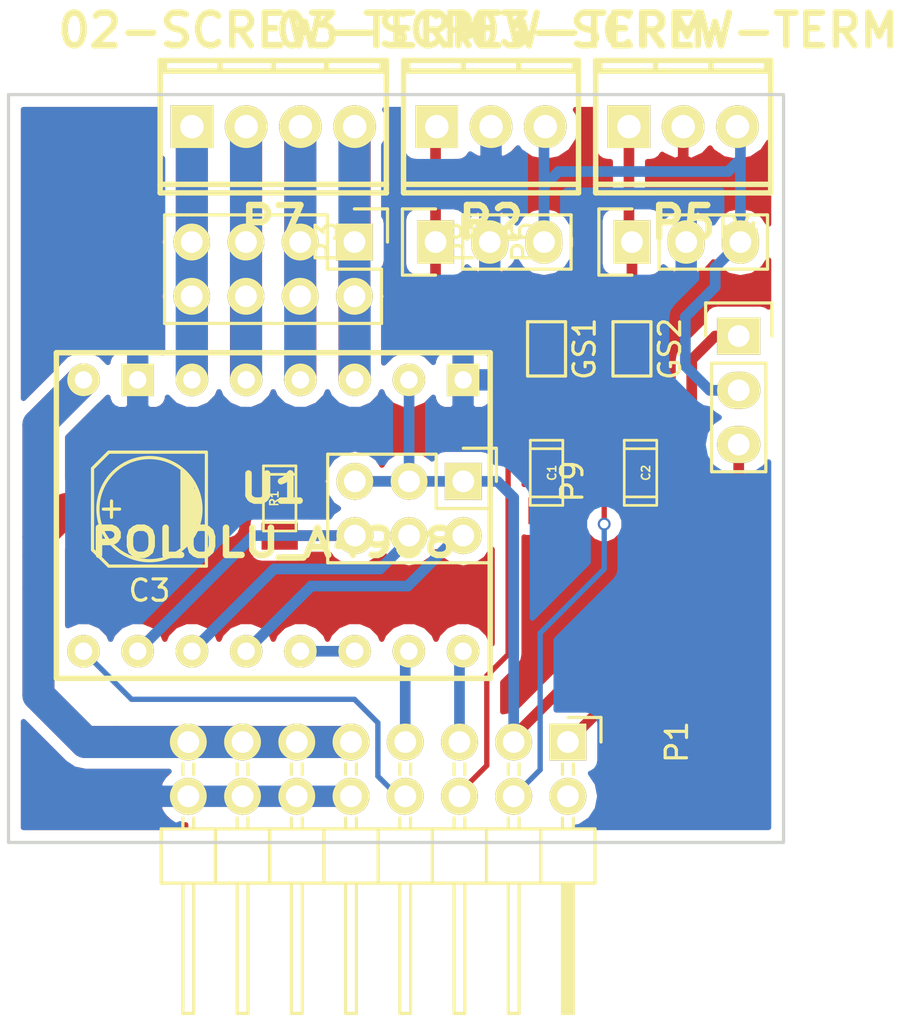
<source format=kicad_pcb>
(kicad_pcb (version 4) (host pcbnew 4.0.1-stable)

  (general
    (links 56)
    (no_connects 1)
    (area 0 0 0 0)
    (thickness 1.6)
    (drawings 5)
    (tracks 157)
    (zones 0)
    (modules 16)
    (nets 21)
  )

  (page A4)
  (layers
    (0 F.Cu signal)
    (31 B.Cu signal)
    (32 B.Adhes user)
    (33 F.Adhes user)
    (34 B.Paste user)
    (35 F.Paste user)
    (36 B.SilkS user)
    (37 F.SilkS user)
    (38 B.Mask user)
    (39 F.Mask user)
    (40 Dwgs.User user)
    (41 Cmts.User user)
    (42 Eco1.User user)
    (43 Eco2.User user)
    (44 Edge.Cuts user)
    (45 Margin user)
    (46 B.CrtYd user)
    (47 F.CrtYd user)
    (48 B.Fab user)
    (49 F.Fab user)
  )

  (setup
    (last_trace_width 1.5)
    (user_trace_width 0.5)
    (user_trace_width 1)
    (user_trace_width 1.5)
    (user_trace_width 2)
    (trace_clearance 0.2)
    (zone_clearance 0.5)
    (zone_45_only no)
    (trace_min 0.2)
    (segment_width 0.2)
    (edge_width 0.15)
    (via_size 0.6)
    (via_drill 0.4)
    (via_min_size 0.4)
    (via_min_drill 0.3)
    (uvia_size 0.3)
    (uvia_drill 0.1)
    (uvias_allowed no)
    (uvia_min_size 0.2)
    (uvia_min_drill 0.1)
    (pcb_text_width 0.3)
    (pcb_text_size 1.5 1.5)
    (mod_edge_width 0.15)
    (mod_text_size 1 1)
    (mod_text_width 0.15)
    (pad_size 1.524 1.524)
    (pad_drill 0.762)
    (pad_to_mask_clearance 0.2)
    (aux_axis_origin 0 0)
    (visible_elements 7FFFFFFF)
    (pcbplotparams
      (layerselection 0x00030_80000001)
      (usegerberextensions false)
      (excludeedgelayer true)
      (linewidth 0.100000)
      (plotframeref false)
      (viasonmask false)
      (mode 1)
      (useauxorigin false)
      (hpglpennumber 1)
      (hpglpenspeed 20)
      (hpglpendiameter 15)
      (hpglpenoverlay 2)
      (psnegative false)
      (psa4output false)
      (plotreference true)
      (plotvalue true)
      (plotinvisibletext false)
      (padsonsilk false)
      (subtractmaskfromsilk false)
      (outputformat 1)
      (mirror false)
      (drillshape 1)
      (scaleselection 1)
      (outputdirectory ""))
  )

  (net 0 "")
  (net 1 "Net-(C1-Pad1)")
  (net 2 GND)
  (net 3 +12V)
  (net 4 +5V)
  (net 5 +3V3)
  (net 6 /EN)
  (net 7 /STEP)
  (net 8 /DIR)
  (net 9 "Net-(P7-Pad1)")
  (net 10 "Net-(P7-Pad3)")
  (net 11 "Net-(U1-Pad13)")
  (net 12 "Net-(C2-Pad1)")
  (net 13 /STOP-MAX)
  (net 14 /STOP-MIN)
  (net 15 "Net-(P7-Pad4)")
  (net 16 "Net-(P7-Pad2)")
  (net 17 "Net-(P2-Pad3)")
  (net 18 "Net-(P9-Pad2)")
  (net 19 "Net-(P9-Pad4)")
  (net 20 "Net-(P9-Pad6)")

  (net_class Default "This is the default net class."
    (clearance 0.2)
    (trace_width 0.25)
    (via_dia 0.6)
    (via_drill 0.4)
    (uvia_dia 0.3)
    (uvia_drill 0.1)
    (add_net +12V)
    (add_net +3V3)
    (add_net +5V)
    (add_net /DIR)
    (add_net /EN)
    (add_net /STEP)
    (add_net /STOP-MAX)
    (add_net /STOP-MIN)
    (add_net GND)
    (add_net "Net-(C1-Pad1)")
    (add_net "Net-(C2-Pad1)")
    (add_net "Net-(P2-Pad3)")
    (add_net "Net-(P7-Pad1)")
    (add_net "Net-(P7-Pad2)")
    (add_net "Net-(P7-Pad3)")
    (add_net "Net-(P7-Pad4)")
    (add_net "Net-(P9-Pad2)")
    (add_net "Net-(P9-Pad4)")
    (add_net "Net-(P9-Pad6)")
    (add_net "Net-(U1-Pad13)")
  )

  (module Pin_Headers:Pin_Header_Angled_2x08 (layer F.Cu) (tedit 0) (tstamp 56AC0A7E)
    (at 166.6 92.6 270)
    (descr "Through hole pin header")
    (tags "pin header")
    (path /56AC20B2)
    (fp_text reference P1 (at 0 -5.1 270) (layer F.SilkS)
      (effects (font (size 1 1) (thickness 0.15)))
    )
    (fp_text value CONN_02X08 (at 0 -3.1 270) (layer F.Fab)
      (effects (font (size 1 1) (thickness 0.15)))
    )
    (fp_line (start -1.35 -1.75) (end -1.35 19.55) (layer F.CrtYd) (width 0.05))
    (fp_line (start 13.2 -1.75) (end 13.2 19.55) (layer F.CrtYd) (width 0.05))
    (fp_line (start -1.35 -1.75) (end 13.2 -1.75) (layer F.CrtYd) (width 0.05))
    (fp_line (start -1.35 19.55) (end 13.2 19.55) (layer F.CrtYd) (width 0.05))
    (fp_line (start 1.524 18.034) (end 1.016 18.034) (layer F.SilkS) (width 0.15))
    (fp_line (start 1.524 17.526) (end 1.016 17.526) (layer F.SilkS) (width 0.15))
    (fp_line (start 1.524 12.446) (end 1.016 12.446) (layer F.SilkS) (width 0.15))
    (fp_line (start 1.524 12.954) (end 1.016 12.954) (layer F.SilkS) (width 0.15))
    (fp_line (start 1.524 14.986) (end 1.016 14.986) (layer F.SilkS) (width 0.15))
    (fp_line (start 1.524 15.494) (end 1.016 15.494) (layer F.SilkS) (width 0.15))
    (fp_line (start 1.524 10.414) (end 1.016 10.414) (layer F.SilkS) (width 0.15))
    (fp_line (start 1.524 9.906) (end 1.016 9.906) (layer F.SilkS) (width 0.15))
    (fp_line (start 1.524 7.874) (end 1.016 7.874) (layer F.SilkS) (width 0.15))
    (fp_line (start 1.524 7.366) (end 1.016 7.366) (layer F.SilkS) (width 0.15))
    (fp_line (start 1.524 -0.254) (end 1.016 -0.254) (layer F.SilkS) (width 0.15))
    (fp_line (start 1.524 0.254) (end 1.016 0.254) (layer F.SilkS) (width 0.15))
    (fp_line (start 1.524 5.334) (end 1.016 5.334) (layer F.SilkS) (width 0.15))
    (fp_line (start 1.524 4.826) (end 1.016 4.826) (layer F.SilkS) (width 0.15))
    (fp_line (start 1.524 2.794) (end 1.016 2.794) (layer F.SilkS) (width 0.15))
    (fp_line (start 1.524 2.286) (end 1.016 2.286) (layer F.SilkS) (width 0.15))
    (fp_line (start 4.064 14.986) (end 3.556 14.986) (layer F.SilkS) (width 0.15))
    (fp_line (start 4.064 15.494) (end 3.556 15.494) (layer F.SilkS) (width 0.15))
    (fp_line (start 4.064 17.526) (end 3.556 17.526) (layer F.SilkS) (width 0.15))
    (fp_line (start 4.064 18.034) (end 3.556 18.034) (layer F.SilkS) (width 0.15))
    (fp_line (start 4.064 12.954) (end 3.556 12.954) (layer F.SilkS) (width 0.15))
    (fp_line (start 4.064 12.446) (end 3.556 12.446) (layer F.SilkS) (width 0.15))
    (fp_line (start 4.064 10.414) (end 3.556 10.414) (layer F.SilkS) (width 0.15))
    (fp_line (start 4.064 9.906) (end 3.556 9.906) (layer F.SilkS) (width 0.15))
    (fp_line (start 4.064 -0.254) (end 3.556 -0.254) (layer F.SilkS) (width 0.15))
    (fp_line (start 4.064 0.254) (end 3.556 0.254) (layer F.SilkS) (width 0.15))
    (fp_line (start 4.064 2.286) (end 3.556 2.286) (layer F.SilkS) (width 0.15))
    (fp_line (start 4.064 2.794) (end 3.556 2.794) (layer F.SilkS) (width 0.15))
    (fp_line (start 4.064 7.874) (end 3.556 7.874) (layer F.SilkS) (width 0.15))
    (fp_line (start 4.064 7.366) (end 3.556 7.366) (layer F.SilkS) (width 0.15))
    (fp_line (start 4.064 5.334) (end 3.556 5.334) (layer F.SilkS) (width 0.15))
    (fp_line (start 4.064 4.826) (end 3.556 4.826) (layer F.SilkS) (width 0.15))
    (fp_line (start 0 -1.55) (end -1.15 -1.55) (layer F.SilkS) (width 0.15))
    (fp_line (start -1.15 -1.55) (end -1.15 0) (layer F.SilkS) (width 0.15))
    (fp_line (start 6.604 -0.127) (end 12.573 -0.127) (layer F.SilkS) (width 0.15))
    (fp_line (start 12.573 -0.127) (end 12.573 0.127) (layer F.SilkS) (width 0.15))
    (fp_line (start 12.573 0.127) (end 6.731 0.127) (layer F.SilkS) (width 0.15))
    (fp_line (start 6.731 0.127) (end 6.731 0) (layer F.SilkS) (width 0.15))
    (fp_line (start 6.731 0) (end 12.573 0) (layer F.SilkS) (width 0.15))
    (fp_line (start 4.064 8.89) (end 6.604 8.89) (layer F.SilkS) (width 0.15))
    (fp_line (start 4.064 8.89) (end 4.064 11.43) (layer F.SilkS) (width 0.15))
    (fp_line (start 4.064 11.43) (end 6.604 11.43) (layer F.SilkS) (width 0.15))
    (fp_line (start 6.604 9.906) (end 12.7 9.906) (layer F.SilkS) (width 0.15))
    (fp_line (start 12.7 9.906) (end 12.7 10.414) (layer F.SilkS) (width 0.15))
    (fp_line (start 12.7 10.414) (end 6.604 10.414) (layer F.SilkS) (width 0.15))
    (fp_line (start 6.604 11.43) (end 6.604 8.89) (layer F.SilkS) (width 0.15))
    (fp_line (start 6.604 13.97) (end 6.604 11.43) (layer F.SilkS) (width 0.15))
    (fp_line (start 12.7 12.954) (end 6.604 12.954) (layer F.SilkS) (width 0.15))
    (fp_line (start 12.7 12.446) (end 12.7 12.954) (layer F.SilkS) (width 0.15))
    (fp_line (start 6.604 12.446) (end 12.7 12.446) (layer F.SilkS) (width 0.15))
    (fp_line (start 4.064 13.97) (end 6.604 13.97) (layer F.SilkS) (width 0.15))
    (fp_line (start 4.064 11.43) (end 4.064 13.97) (layer F.SilkS) (width 0.15))
    (fp_line (start 4.064 11.43) (end 6.604 11.43) (layer F.SilkS) (width 0.15))
    (fp_line (start 4.064 16.51) (end 6.604 16.51) (layer F.SilkS) (width 0.15))
    (fp_line (start 4.064 16.51) (end 4.064 19.05) (layer F.SilkS) (width 0.15))
    (fp_line (start 4.064 19.05) (end 6.604 19.05) (layer F.SilkS) (width 0.15))
    (fp_line (start 6.604 17.526) (end 12.7 17.526) (layer F.SilkS) (width 0.15))
    (fp_line (start 12.7 17.526) (end 12.7 18.034) (layer F.SilkS) (width 0.15))
    (fp_line (start 12.7 18.034) (end 6.604 18.034) (layer F.SilkS) (width 0.15))
    (fp_line (start 6.604 19.05) (end 6.604 16.51) (layer F.SilkS) (width 0.15))
    (fp_line (start 6.604 16.51) (end 6.604 13.97) (layer F.SilkS) (width 0.15))
    (fp_line (start 12.7 15.494) (end 6.604 15.494) (layer F.SilkS) (width 0.15))
    (fp_line (start 12.7 14.986) (end 12.7 15.494) (layer F.SilkS) (width 0.15))
    (fp_line (start 6.604 14.986) (end 12.7 14.986) (layer F.SilkS) (width 0.15))
    (fp_line (start 4.064 16.51) (end 6.604 16.51) (layer F.SilkS) (width 0.15))
    (fp_line (start 4.064 13.97) (end 4.064 16.51) (layer F.SilkS) (width 0.15))
    (fp_line (start 4.064 13.97) (end 6.604 13.97) (layer F.SilkS) (width 0.15))
    (fp_line (start 4.064 3.81) (end 6.604 3.81) (layer F.SilkS) (width 0.15))
    (fp_line (start 4.064 3.81) (end 4.064 6.35) (layer F.SilkS) (width 0.15))
    (fp_line (start 4.064 6.35) (end 6.604 6.35) (layer F.SilkS) (width 0.15))
    (fp_line (start 6.604 4.826) (end 12.7 4.826) (layer F.SilkS) (width 0.15))
    (fp_line (start 12.7 4.826) (end 12.7 5.334) (layer F.SilkS) (width 0.15))
    (fp_line (start 12.7 5.334) (end 6.604 5.334) (layer F.SilkS) (width 0.15))
    (fp_line (start 6.604 6.35) (end 6.604 3.81) (layer F.SilkS) (width 0.15))
    (fp_line (start 6.604 8.89) (end 6.604 6.35) (layer F.SilkS) (width 0.15))
    (fp_line (start 12.7 7.874) (end 6.604 7.874) (layer F.SilkS) (width 0.15))
    (fp_line (start 12.7 7.366) (end 12.7 7.874) (layer F.SilkS) (width 0.15))
    (fp_line (start 6.604 7.366) (end 12.7 7.366) (layer F.SilkS) (width 0.15))
    (fp_line (start 4.064 8.89) (end 6.604 8.89) (layer F.SilkS) (width 0.15))
    (fp_line (start 4.064 6.35) (end 4.064 8.89) (layer F.SilkS) (width 0.15))
    (fp_line (start 4.064 6.35) (end 6.604 6.35) (layer F.SilkS) (width 0.15))
    (fp_line (start 4.064 1.27) (end 6.604 1.27) (layer F.SilkS) (width 0.15))
    (fp_line (start 4.064 1.27) (end 4.064 3.81) (layer F.SilkS) (width 0.15))
    (fp_line (start 4.064 3.81) (end 6.604 3.81) (layer F.SilkS) (width 0.15))
    (fp_line (start 6.604 2.286) (end 12.7 2.286) (layer F.SilkS) (width 0.15))
    (fp_line (start 12.7 2.286) (end 12.7 2.794) (layer F.SilkS) (width 0.15))
    (fp_line (start 12.7 2.794) (end 6.604 2.794) (layer F.SilkS) (width 0.15))
    (fp_line (start 6.604 3.81) (end 6.604 1.27) (layer F.SilkS) (width 0.15))
    (fp_line (start 6.604 1.27) (end 6.604 -1.27) (layer F.SilkS) (width 0.15))
    (fp_line (start 12.7 0.254) (end 6.604 0.254) (layer F.SilkS) (width 0.15))
    (fp_line (start 12.7 -0.254) (end 12.7 0.254) (layer F.SilkS) (width 0.15))
    (fp_line (start 6.604 -0.254) (end 12.7 -0.254) (layer F.SilkS) (width 0.15))
    (fp_line (start 4.064 1.27) (end 6.604 1.27) (layer F.SilkS) (width 0.15))
    (fp_line (start 4.064 -1.27) (end 4.064 1.27) (layer F.SilkS) (width 0.15))
    (fp_line (start 4.064 -1.27) (end 6.604 -1.27) (layer F.SilkS) (width 0.15))
    (pad 1 thru_hole rect (at 0 0 270) (size 1.7272 1.7272) (drill 1.016) (layers *.Cu *.Mask F.SilkS)
      (net 4 +5V))
    (pad 2 thru_hole oval (at 2.54 0 270) (size 1.7272 1.7272) (drill 1.016) (layers *.Cu *.Mask F.SilkS))
    (pad 3 thru_hole oval (at 0 2.54 270) (size 1.7272 1.7272) (drill 1.016) (layers *.Cu *.Mask F.SilkS)
      (net 5 +3V3))
    (pad 4 thru_hole oval (at 2.54 2.54 270) (size 1.7272 1.7272) (drill 1.016) (layers *.Cu *.Mask F.SilkS)
      (net 14 /STOP-MIN))
    (pad 5 thru_hole oval (at 0 5.08 270) (size 1.7272 1.7272) (drill 1.016) (layers *.Cu *.Mask F.SilkS)
      (net 8 /DIR))
    (pad 6 thru_hole oval (at 2.54 5.08 270) (size 1.7272 1.7272) (drill 1.016) (layers *.Cu *.Mask F.SilkS)
      (net 13 /STOP-MAX))
    (pad 7 thru_hole oval (at 0 7.62 270) (size 1.7272 1.7272) (drill 1.016) (layers *.Cu *.Mask F.SilkS)
      (net 7 /STEP))
    (pad 8 thru_hole oval (at 2.54 7.62 270) (size 1.7272 1.7272) (drill 1.016) (layers *.Cu *.Mask F.SilkS)
      (net 6 /EN))
    (pad 9 thru_hole oval (at 0 10.16 270) (size 1.7272 1.7272) (drill 1.016) (layers *.Cu *.Mask F.SilkS)
      (net 3 +12V))
    (pad 10 thru_hole oval (at 2.54 10.16 270) (size 1.7272 1.7272) (drill 1.016) (layers *.Cu *.Mask F.SilkS)
      (net 2 GND))
    (pad 11 thru_hole oval (at 0 12.7 270) (size 1.7272 1.7272) (drill 1.016) (layers *.Cu *.Mask F.SilkS)
      (net 3 +12V))
    (pad 12 thru_hole oval (at 2.54 12.7 270) (size 1.7272 1.7272) (drill 1.016) (layers *.Cu *.Mask F.SilkS)
      (net 2 GND))
    (pad 13 thru_hole oval (at 0 15.24 270) (size 1.7272 1.7272) (drill 1.016) (layers *.Cu *.Mask F.SilkS)
      (net 3 +12V))
    (pad 14 thru_hole oval (at 2.54 15.24 270) (size 1.7272 1.7272) (drill 1.016) (layers *.Cu *.Mask F.SilkS)
      (net 2 GND))
    (pad 15 thru_hole oval (at 0 17.78 270) (size 1.7272 1.7272) (drill 1.016) (layers *.Cu *.Mask F.SilkS)
      (net 3 +12V))
    (pad 16 thru_hole oval (at 2.54 17.78 270) (size 1.7272 1.7272) (drill 1.016) (layers *.Cu *.Mask F.SilkS)
      (net 2 GND))
    (model Pin_Headers.3dshapes/Pin_Header_Angled_2x08.wrl
      (at (xyz 0.05 -0.35 0))
      (scale (xyz 1 1 1))
      (rotate (xyz 0 0 90))
    )
  )

  (module ok-smd-generic:1206 (layer F.Cu) (tedit 4F800D1E) (tstamp 56A95219)
    (at 170 80 270)
    (descr 1206)
    (path /56A96B06)
    (fp_text reference C2 (at 0 -0.254 270) (layer F.SilkS)
      (effects (font (size 0.381 0.381) (thickness 0.0762)))
    )
    (fp_text value 100nF (at 0 0.254 270) (layer F.SilkS) hide
      (effects (font (size 0.381 0.381) (thickness 0.0762)))
    )
    (fp_line (start 1.12776 -0.7493) (end 1.12776 0.7493) (layer F.SilkS) (width 0.127))
    (fp_line (start -1.12776 -0.7493) (end -1.12776 0.7493) (layer F.SilkS) (width 0.127))
    (fp_line (start -1.524 -0.762) (end 1.524 -0.762) (layer F.SilkS) (width 0.127))
    (fp_line (start 1.524 -0.762) (end 1.524 0.762) (layer F.SilkS) (width 0.127))
    (fp_line (start 1.524 0.762) (end -1.524 0.762) (layer F.SilkS) (width 0.127))
    (fp_line (start -1.524 0.762) (end -1.524 -0.762) (layer F.SilkS) (width 0.127))
    (pad 1 smd rect (at -1.77546 0 270) (size 1.24968 1.69926) (layers F.Cu F.Paste F.Mask)
      (net 12 "Net-(C2-Pad1)"))
    (pad 2 smd rect (at 1.77546 0 270) (size 1.24968 1.69926) (layers F.Cu F.Paste F.Mask)
      (net 2 GND))
  )

  (module Capacitors_SMD:c_elec_5x5.3 (layer F.Cu) (tedit 55725CA0) (tstamp 56A9521F)
    (at 147 81.7 180)
    (descr "SMT capacitor, aluminium electrolytic, 5x5.3")
    (path /56A9394E)
    (attr smd)
    (fp_text reference C3 (at 0 -3.81 180) (layer F.SilkS)
      (effects (font (size 1 1) (thickness 0.15)))
    )
    (fp_text value 100Uf (at 0 3.81 180) (layer F.Fab)
      (effects (font (size 1 1) (thickness 0.15)))
    )
    (fp_line (start -3.95 -3) (end 3.95 -3) (layer F.CrtYd) (width 0.05))
    (fp_line (start 3.95 -3) (end 3.95 3) (layer F.CrtYd) (width 0.05))
    (fp_line (start 3.95 3) (end -3.95 3) (layer F.CrtYd) (width 0.05))
    (fp_line (start -3.95 3) (end -3.95 -3) (layer F.CrtYd) (width 0.05))
    (fp_line (start -2.286 -0.635) (end -2.286 0.762) (layer F.SilkS) (width 0.15))
    (fp_line (start -2.159 -0.889) (end -2.159 0.889) (layer F.SilkS) (width 0.15))
    (fp_line (start -2.032 -1.27) (end -2.032 1.27) (layer F.SilkS) (width 0.15))
    (fp_line (start -1.905 1.397) (end -1.905 -1.397) (layer F.SilkS) (width 0.15))
    (fp_line (start -1.778 -1.524) (end -1.778 1.524) (layer F.SilkS) (width 0.15))
    (fp_line (start -1.651 1.651) (end -1.651 -1.651) (layer F.SilkS) (width 0.15))
    (fp_line (start -1.524 -1.778) (end -1.524 1.778) (layer F.SilkS) (width 0.15))
    (fp_line (start -2.667 -2.667) (end 1.905 -2.667) (layer F.SilkS) (width 0.15))
    (fp_line (start 1.905 -2.667) (end 2.667 -1.905) (layer F.SilkS) (width 0.15))
    (fp_line (start 2.667 -1.905) (end 2.667 1.905) (layer F.SilkS) (width 0.15))
    (fp_line (start 2.667 1.905) (end 1.905 2.667) (layer F.SilkS) (width 0.15))
    (fp_line (start 1.905 2.667) (end -2.667 2.667) (layer F.SilkS) (width 0.15))
    (fp_line (start -2.667 2.667) (end -2.667 -2.667) (layer F.SilkS) (width 0.15))
    (fp_line (start 2.159 0) (end 1.397 0) (layer F.SilkS) (width 0.15))
    (fp_line (start 1.778 -0.381) (end 1.778 0.381) (layer F.SilkS) (width 0.15))
    (fp_circle (center 0 0) (end -2.413 0) (layer F.SilkS) (width 0.15))
    (pad 1 smd rect (at 2.19964 0 180) (size 2.99974 1.6002) (layers F.Cu F.Paste F.Mask)
      (net 3 +12V))
    (pad 2 smd rect (at -2.19964 0 180) (size 2.99974 1.6002) (layers F.Cu F.Paste F.Mask)
      (net 2 GND))
    (model Capacitors_SMD.3dshapes/c_elec_5x5.3.wrl
      (at (xyz 0 0 0))
      (scale (xyz 1 1 1))
      (rotate (xyz 0 0 0))
    )
  )

  (module Connect:GS2 (layer F.Cu) (tedit 0) (tstamp 56A95225)
    (at 169.6 74.2)
    (descr "Pontet Goute de soudure")
    (path /56A9B631)
    (attr virtual)
    (fp_text reference GS2 (at 1.778 0 90) (layer F.SilkS)
      (effects (font (size 1 1) (thickness 0.15)))
    )
    (fp_text value GS2 (at 1.524 0 90) (layer F.Fab)
      (effects (font (size 1 1) (thickness 0.15)))
    )
    (fp_line (start -0.889 -1.27) (end -0.889 1.27) (layer F.SilkS) (width 0.15))
    (fp_line (start 0.889 1.27) (end 0.889 -1.27) (layer F.SilkS) (width 0.15))
    (fp_line (start 0.889 1.27) (end -0.889 1.27) (layer F.SilkS) (width 0.15))
    (fp_line (start -0.889 -1.27) (end 0.889 -1.27) (layer F.SilkS) (width 0.15))
    (pad 1 smd rect (at 0 -0.635) (size 1.27 0.9652) (layers F.Cu F.Paste F.Mask)
      (net 14 /STOP-MIN))
    (pad 2 smd rect (at 0 0.635) (size 1.27 0.9652) (layers F.Cu F.Paste F.Mask)
      (net 12 "Net-(C2-Pad1)"))
  )

  (module Pin_Headers:Pin_Header_Straight_1x03 (layer F.Cu) (tedit 0) (tstamp 56A9523E)
    (at 174.6 73.6)
    (descr "Through hole pin header")
    (tags "pin header")
    (path /56A974B1)
    (fp_text reference P4 (at 0 -5.1) (layer F.SilkS)
      (effects (font (size 1 1) (thickness 0.15)))
    )
    (fp_text value 01X03-MALE (at 0 -3.1) (layer F.Fab)
      (effects (font (size 1 1) (thickness 0.15)))
    )
    (fp_line (start -1.75 -1.75) (end -1.75 6.85) (layer F.CrtYd) (width 0.05))
    (fp_line (start 1.75 -1.75) (end 1.75 6.85) (layer F.CrtYd) (width 0.05))
    (fp_line (start -1.75 -1.75) (end 1.75 -1.75) (layer F.CrtYd) (width 0.05))
    (fp_line (start -1.75 6.85) (end 1.75 6.85) (layer F.CrtYd) (width 0.05))
    (fp_line (start -1.27 1.27) (end -1.27 6.35) (layer F.SilkS) (width 0.15))
    (fp_line (start -1.27 6.35) (end 1.27 6.35) (layer F.SilkS) (width 0.15))
    (fp_line (start 1.27 6.35) (end 1.27 1.27) (layer F.SilkS) (width 0.15))
    (fp_line (start 1.55 -1.55) (end 1.55 0) (layer F.SilkS) (width 0.15))
    (fp_line (start 1.27 1.27) (end -1.27 1.27) (layer F.SilkS) (width 0.15))
    (fp_line (start -1.55 0) (end -1.55 -1.55) (layer F.SilkS) (width 0.15))
    (fp_line (start -1.55 -1.55) (end 1.55 -1.55) (layer F.SilkS) (width 0.15))
    (pad 1 thru_hole rect (at 0 0) (size 2.032 1.7272) (drill 1.016) (layers *.Cu *.Mask F.SilkS)
      (net 5 +3V3))
    (pad 2 thru_hole oval (at 0 2.54) (size 2.032 1.7272) (drill 1.016) (layers *.Cu *.Mask F.SilkS)
      (net 17 "Net-(P2-Pad3)"))
    (pad 3 thru_hole oval (at 0 5.08) (size 2.032 1.7272) (drill 1.016) (layers *.Cu *.Mask F.SilkS)
      (net 4 +5V))
    (model Pin_Headers.3dshapes/Pin_Header_Straight_1x03.wrl
      (at (xyz 0 -0.1 0))
      (scale (xyz 1 1 1))
      (rotate (xyz 0 0 90))
    )
  )

  (module 2:mpt_0,5%2f3-2,54 (layer F.Cu) (tedit 0) (tstamp 56A95245)
    (at 172 63.8 180)
    (descr "3-way 2.54mm pitch terminal block, Phoenix MPT series")
    (path /56A98E8E)
    (fp_text reference P5 (at 0 -4.50088 180) (layer F.SilkS)
      (effects (font (thickness 0.3048)))
    )
    (fp_text value 03-SCREW-TERM (at 0 4.50088 180) (layer F.SilkS)
      (effects (font (thickness 0.3048)))
    )
    (fp_line (start 4.09956 -3.0988) (end -4.09956 -3.0988) (layer F.SilkS) (width 0.254))
    (fp_line (start 4.09956 -2.70002) (end -4.09956 -2.70002) (layer F.SilkS) (width 0.254))
    (fp_line (start 4.09956 2.60096) (end -4.09956 2.60096) (layer F.SilkS) (width 0.254))
    (fp_line (start -4.09956 3.0988) (end 4.09956 3.0988) (layer F.SilkS) (width 0.254))
    (fp_line (start 1.30048 2.60096) (end 1.30048 3.0988) (layer F.SilkS) (width 0.254))
    (fp_line (start -3.8989 3.0988) (end -3.8989 2.60096) (layer F.SilkS) (width 0.254))
    (fp_line (start 3.90144 2.60096) (end 3.90144 3.0988) (layer F.SilkS) (width 0.254))
    (fp_line (start -1.29794 3.0988) (end -1.29794 2.60096) (layer F.SilkS) (width 0.254))
    (fp_line (start 4.09956 3.0988) (end 4.09956 -3.0988) (layer F.SilkS) (width 0.254))
    (fp_line (start -4.09702 -3.0988) (end -4.09702 3.0988) (layer F.SilkS) (width 0.254))
    (pad 3 thru_hole oval (at -2.54 0 180) (size 1.99898 1.99898) (drill 1.09728) (layers *.Cu *.Mask F.SilkS)
      (net 17 "Net-(P2-Pad3)"))
    (pad 1 thru_hole rect (at 2.54 0 180) (size 1.99898 1.99898) (drill 1.09728) (layers *.Cu *.Mask F.SilkS)
      (net 14 /STOP-MIN))
    (pad 2 thru_hole oval (at 0 0 180) (size 1.99898 1.99898) (drill 1.09728) (layers *.Cu *.Mask F.SilkS)
      (net 2 GND))
    (model walter/conn_mpt/mpt_0,5-3-2,54.wrl
      (at (xyz 0 0 0))
      (scale (xyz 1 1 1))
      (rotate (xyz 0 0 0))
    )
  )

  (module Pin_Headers:Pin_Header_Straight_1x03 (layer F.Cu) (tedit 0) (tstamp 56A9524C)
    (at 169.6 69.2 90)
    (descr "Through hole pin header")
    (tags "pin header")
    (path /56A966C7)
    (fp_text reference P6 (at 0 -5.1 90) (layer F.SilkS)
      (effects (font (size 1 1) (thickness 0.15)))
    )
    (fp_text value 01X03-MALE (at 0 -3.1 90) (layer F.Fab)
      (effects (font (size 1 1) (thickness 0.15)))
    )
    (fp_line (start -1.75 -1.75) (end -1.75 6.85) (layer F.CrtYd) (width 0.05))
    (fp_line (start 1.75 -1.75) (end 1.75 6.85) (layer F.CrtYd) (width 0.05))
    (fp_line (start -1.75 -1.75) (end 1.75 -1.75) (layer F.CrtYd) (width 0.05))
    (fp_line (start -1.75 6.85) (end 1.75 6.85) (layer F.CrtYd) (width 0.05))
    (fp_line (start -1.27 1.27) (end -1.27 6.35) (layer F.SilkS) (width 0.15))
    (fp_line (start -1.27 6.35) (end 1.27 6.35) (layer F.SilkS) (width 0.15))
    (fp_line (start 1.27 6.35) (end 1.27 1.27) (layer F.SilkS) (width 0.15))
    (fp_line (start 1.55 -1.55) (end 1.55 0) (layer F.SilkS) (width 0.15))
    (fp_line (start 1.27 1.27) (end -1.27 1.27) (layer F.SilkS) (width 0.15))
    (fp_line (start -1.55 0) (end -1.55 -1.55) (layer F.SilkS) (width 0.15))
    (fp_line (start -1.55 -1.55) (end 1.55 -1.55) (layer F.SilkS) (width 0.15))
    (pad 1 thru_hole rect (at 0 0 90) (size 2.032 1.7272) (drill 1.016) (layers *.Cu *.Mask F.SilkS)
      (net 14 /STOP-MIN))
    (pad 2 thru_hole oval (at 0 2.54 90) (size 2.032 1.7272) (drill 1.016) (layers *.Cu *.Mask F.SilkS)
      (net 2 GND))
    (pad 3 thru_hole oval (at 0 5.08 90) (size 2.032 1.7272) (drill 1.016) (layers *.Cu *.Mask F.SilkS)
      (net 17 "Net-(P2-Pad3)"))
    (model Pin_Headers.3dshapes/Pin_Header_Straight_1x03.wrl
      (at (xyz 0 -0.1 0))
      (scale (xyz 1 1 1))
      (rotate (xyz 0 0 90))
    )
  )

  (module 2:mpt_0,5%2f4-2,54 (layer F.Cu) (tedit 0) (tstamp 56A95254)
    (at 152.8 63.8 180)
    (descr "4-way 2.54mm pitch terminal block, Phoenix MPT series")
    (path /56A9250C)
    (fp_text reference P7 (at 0 -4.50088 180) (layer F.SilkS)
      (effects (font (thickness 0.3048)))
    )
    (fp_text value 02-SCREW-TERM (at 0 4.50088 180) (layer F.SilkS)
      (effects (font (thickness 0.3048)))
    )
    (fp_line (start 5.30098 -3.0988) (end -5.30098 -3.0988) (layer F.SilkS) (width 0.254))
    (fp_line (start -5.30098 -2.70002) (end 5.30098 -2.70002) (layer F.SilkS) (width 0.254))
    (fp_line (start -5.30098 2.60096) (end 5.30098 2.60096) (layer F.SilkS) (width 0.254))
    (fp_line (start 5.30098 3.0988) (end -5.30098 3.0988) (layer F.SilkS) (width 0.254))
    (fp_line (start 2.49682 2.60096) (end 2.49682 3.0988) (layer F.SilkS) (width 0.254))
    (fp_line (start 0 2.60096) (end 0 3.0988) (layer F.SilkS) (width 0.254))
    (fp_line (start -5.09778 3.0988) (end -5.09778 2.60096) (layer F.SilkS) (width 0.254))
    (fp_line (start 5.10032 2.60096) (end 5.10032 3.0988) (layer F.SilkS) (width 0.254))
    (fp_line (start -2.49682 3.0988) (end -2.49682 2.60096) (layer F.SilkS) (width 0.254))
    (fp_line (start 5.29844 3.0988) (end 5.29844 -3.0988) (layer F.SilkS) (width 0.254))
    (fp_line (start -5.2959 -3.0988) (end -5.2959 3.0988) (layer F.SilkS) (width 0.254))
    (pad 4 thru_hole oval (at -3.81 0 180) (size 1.99898 1.99898) (drill 1.09728) (layers *.Cu *.Mask F.SilkS)
      (net 15 "Net-(P7-Pad4)"))
    (pad 1 thru_hole rect (at 3.81 0 180) (size 1.99898 1.99898) (drill 1.09728) (layers *.Cu *.Mask F.SilkS)
      (net 9 "Net-(P7-Pad1)"))
    (pad 2 thru_hole oval (at 1.27 0 180) (size 1.99898 1.99898) (drill 1.09728) (layers *.Cu *.Mask F.SilkS)
      (net 16 "Net-(P7-Pad2)"))
    (pad 3 thru_hole oval (at -1.27 0 180) (size 1.99898 1.99898) (drill 1.09728) (layers *.Cu *.Mask F.SilkS)
      (net 10 "Net-(P7-Pad3)"))
    (model walter/conn_mpt/mpt_0,5-4-2,54.wrl
      (at (xyz 0 0 0))
      (scale (xyz 1 1 1))
      (rotate (xyz 0 0 0))
    )
  )

  (module Pin_Headers:Pin_Header_Straight_2x04 (layer F.Cu) (tedit 0) (tstamp 56A95260)
    (at 156.6 69.2 270)
    (descr "Through hole pin header")
    (tags "pin header")
    (path /56A95ABF)
    (fp_text reference P8 (at 0 -5.1 270) (layer F.SilkS)
      (effects (font (size 1 1) (thickness 0.15)))
    )
    (fp_text value 02X04-MALE (at 0 -3.1 270) (layer F.Fab)
      (effects (font (size 1 1) (thickness 0.15)))
    )
    (fp_line (start -1.75 -1.75) (end -1.75 9.4) (layer F.CrtYd) (width 0.05))
    (fp_line (start 4.3 -1.75) (end 4.3 9.4) (layer F.CrtYd) (width 0.05))
    (fp_line (start -1.75 -1.75) (end 4.3 -1.75) (layer F.CrtYd) (width 0.05))
    (fp_line (start -1.75 9.4) (end 4.3 9.4) (layer F.CrtYd) (width 0.05))
    (fp_line (start -1.27 1.27) (end -1.27 8.89) (layer F.SilkS) (width 0.15))
    (fp_line (start -1.27 8.89) (end 3.81 8.89) (layer F.SilkS) (width 0.15))
    (fp_line (start 3.81 8.89) (end 3.81 -1.27) (layer F.SilkS) (width 0.15))
    (fp_line (start 3.81 -1.27) (end 1.27 -1.27) (layer F.SilkS) (width 0.15))
    (fp_line (start 0 -1.55) (end -1.55 -1.55) (layer F.SilkS) (width 0.15))
    (fp_line (start 1.27 -1.27) (end 1.27 1.27) (layer F.SilkS) (width 0.15))
    (fp_line (start 1.27 1.27) (end -1.27 1.27) (layer F.SilkS) (width 0.15))
    (fp_line (start -1.55 -1.55) (end -1.55 0) (layer F.SilkS) (width 0.15))
    (pad 1 thru_hole rect (at 0 0 270) (size 1.7272 1.7272) (drill 1.016) (layers *.Cu *.Mask F.SilkS)
      (net 15 "Net-(P7-Pad4)"))
    (pad 2 thru_hole oval (at 2.54 0 270) (size 1.7272 1.7272) (drill 1.016) (layers *.Cu *.Mask F.SilkS)
      (net 15 "Net-(P7-Pad4)"))
    (pad 3 thru_hole oval (at 0 2.54 270) (size 1.7272 1.7272) (drill 1.016) (layers *.Cu *.Mask F.SilkS)
      (net 10 "Net-(P7-Pad3)"))
    (pad 4 thru_hole oval (at 2.54 2.54 270) (size 1.7272 1.7272) (drill 1.016) (layers *.Cu *.Mask F.SilkS)
      (net 10 "Net-(P7-Pad3)"))
    (pad 5 thru_hole oval (at 0 5.08 270) (size 1.7272 1.7272) (drill 1.016) (layers *.Cu *.Mask F.SilkS)
      (net 16 "Net-(P7-Pad2)"))
    (pad 6 thru_hole oval (at 2.54 5.08 270) (size 1.7272 1.7272) (drill 1.016) (layers *.Cu *.Mask F.SilkS)
      (net 16 "Net-(P7-Pad2)"))
    (pad 7 thru_hole oval (at 0 7.62 270) (size 1.7272 1.7272) (drill 1.016) (layers *.Cu *.Mask F.SilkS)
      (net 9 "Net-(P7-Pad1)"))
    (pad 8 thru_hole oval (at 2.54 7.62 270) (size 1.7272 1.7272) (drill 1.016) (layers *.Cu *.Mask F.SilkS)
      (net 9 "Net-(P7-Pad1)"))
    (model Pin_Headers.3dshapes/Pin_Header_Straight_2x04.wrl
      (at (xyz 0.05 -0.15 0))
      (scale (xyz 1 1 1))
      (rotate (xyz 0 0 90))
    )
  )

  (module Pin_Headers:Pin_Header_Straight_2x03 (layer F.Cu) (tedit 54EA0A4B) (tstamp 56A9526A)
    (at 161.7 80.4 270)
    (descr "Through hole pin header")
    (tags "pin header")
    (path /56A923B4)
    (fp_text reference P9 (at 0 -5.1 270) (layer F.SilkS)
      (effects (font (size 1 1) (thickness 0.15)))
    )
    (fp_text value 02X03-MALE (at 0 -3.1 270) (layer F.Fab)
      (effects (font (size 1 1) (thickness 0.15)))
    )
    (fp_line (start -1.27 1.27) (end -1.27 6.35) (layer F.SilkS) (width 0.15))
    (fp_line (start -1.55 -1.55) (end 0 -1.55) (layer F.SilkS) (width 0.15))
    (fp_line (start -1.75 -1.75) (end -1.75 6.85) (layer F.CrtYd) (width 0.05))
    (fp_line (start 4.3 -1.75) (end 4.3 6.85) (layer F.CrtYd) (width 0.05))
    (fp_line (start -1.75 -1.75) (end 4.3 -1.75) (layer F.CrtYd) (width 0.05))
    (fp_line (start -1.75 6.85) (end 4.3 6.85) (layer F.CrtYd) (width 0.05))
    (fp_line (start 1.27 -1.27) (end 1.27 1.27) (layer F.SilkS) (width 0.15))
    (fp_line (start 1.27 1.27) (end -1.27 1.27) (layer F.SilkS) (width 0.15))
    (fp_line (start -1.27 6.35) (end 3.81 6.35) (layer F.SilkS) (width 0.15))
    (fp_line (start 3.81 6.35) (end 3.81 1.27) (layer F.SilkS) (width 0.15))
    (fp_line (start -1.55 -1.55) (end -1.55 0) (layer F.SilkS) (width 0.15))
    (fp_line (start 3.81 -1.27) (end 1.27 -1.27) (layer F.SilkS) (width 0.15))
    (fp_line (start 3.81 1.27) (end 3.81 -1.27) (layer F.SilkS) (width 0.15))
    (pad 1 thru_hole rect (at 0 0 270) (size 1.7272 1.7272) (drill 1.016) (layers *.Cu *.Mask F.SilkS)
      (net 5 +3V3))
    (pad 2 thru_hole oval (at 2.54 0 270) (size 1.7272 1.7272) (drill 1.016) (layers *.Cu *.Mask F.SilkS)
      (net 18 "Net-(P9-Pad2)"))
    (pad 3 thru_hole oval (at 0 2.54 270) (size 1.7272 1.7272) (drill 1.016) (layers *.Cu *.Mask F.SilkS)
      (net 5 +3V3))
    (pad 4 thru_hole oval (at 2.54 2.54 270) (size 1.7272 1.7272) (drill 1.016) (layers *.Cu *.Mask F.SilkS)
      (net 19 "Net-(P9-Pad4)"))
    (pad 5 thru_hole oval (at 0 5.08 270) (size 1.7272 1.7272) (drill 1.016) (layers *.Cu *.Mask F.SilkS)
      (net 5 +3V3))
    (pad 6 thru_hole oval (at 2.54 5.08 270) (size 1.7272 1.7272) (drill 1.016) (layers *.Cu *.Mask F.SilkS)
      (net 20 "Net-(P9-Pad6)"))
    (model Pin_Headers.3dshapes/Pin_Header_Straight_2x03.wrl
      (at (xyz 0.05 -0.1 0))
      (scale (xyz 1 1 1))
      (rotate (xyz 0 0 90))
    )
  )

  (module ok-smd-generic:1206 (layer F.Cu) (tedit 4F800D1E) (tstamp 56A95270)
    (at 153.1 81.2 90)
    (descr 1206)
    (path /56A937D2)
    (fp_text reference R1 (at 0 -0.254 90) (layer F.SilkS)
      (effects (font (size 0.381 0.381) (thickness 0.0762)))
    )
    (fp_text value 100K (at 0 0.254 90) (layer F.SilkS) hide
      (effects (font (size 0.381 0.381) (thickness 0.0762)))
    )
    (fp_line (start 1.12776 -0.7493) (end 1.12776 0.7493) (layer F.SilkS) (width 0.127))
    (fp_line (start -1.12776 -0.7493) (end -1.12776 0.7493) (layer F.SilkS) (width 0.127))
    (fp_line (start -1.524 -0.762) (end 1.524 -0.762) (layer F.SilkS) (width 0.127))
    (fp_line (start 1.524 -0.762) (end 1.524 0.762) (layer F.SilkS) (width 0.127))
    (fp_line (start 1.524 0.762) (end -1.524 0.762) (layer F.SilkS) (width 0.127))
    (fp_line (start -1.524 0.762) (end -1.524 -0.762) (layer F.SilkS) (width 0.127))
    (pad 1 smd rect (at -1.77546 0 90) (size 1.24968 1.69926) (layers F.Cu F.Paste F.Mask)
      (net 20 "Net-(P9-Pad6)"))
    (pad 2 smd rect (at 1.77546 0 90) (size 1.24968 1.69926) (layers F.Cu F.Paste F.Mask)
      (net 2 GND))
  )

  (module ReST-Pololu:SWDIP8_.6W (layer F.Cu) (tedit 4E885F3C) (tstamp 56A95284)
    (at 152.8 82 180)
    (path /56A9216F)
    (fp_text reference U1 (at 0 1.27 180) (layer F.SilkS)
      (effects (font (size 1.27 1.524) (thickness 0.3048)))
    )
    (fp_text value POLOLU_A4988 (at 0 -1.27 180) (layer F.SilkS)
      (effects (font (size 1.27 1.524) (thickness 0.3048)))
    )
    (fp_line (start -10.16 -7.62) (end 10.16 -7.62) (layer F.SilkS) (width 0.254))
    (fp_line (start 10.16 -7.62) (end 10.16 7.62) (layer F.SilkS) (width 0.254))
    (fp_line (start 10.16 7.62) (end -10.16 7.62) (layer F.SilkS) (width 0.254))
    (fp_line (start -10.16 7.62) (end -10.16 -7.62) (layer F.SilkS) (width 0.254))
    (pad 1 thru_hole rect (at -8.89 6.35 180) (size 1.524 1.524) (drill 0.8128) (layers *.Cu *.Mask F.SilkS)
      (net 2 GND))
    (pad 2 thru_hole circle (at -6.35 6.35 180) (size 1.524 1.524) (drill 0.8128) (layers *.Cu *.Mask F.SilkS)
      (net 5 +3V3))
    (pad 3 thru_hole circle (at -3.81 6.35 180) (size 1.524 1.524) (drill 0.8128) (layers *.Cu *.Mask F.SilkS)
      (net 15 "Net-(P7-Pad4)"))
    (pad 4 thru_hole circle (at -1.27 6.35 180) (size 1.524 1.524) (drill 0.8128) (layers *.Cu *.Mask F.SilkS)
      (net 10 "Net-(P7-Pad3)"))
    (pad 5 thru_hole circle (at 1.27 6.35 180) (size 1.524 1.524) (drill 0.8128) (layers *.Cu *.Mask F.SilkS)
      (net 16 "Net-(P7-Pad2)"))
    (pad 6 thru_hole circle (at 3.81 6.35 180) (size 1.524 1.524) (drill 0.8128) (layers *.Cu *.Mask F.SilkS)
      (net 9 "Net-(P7-Pad1)"))
    (pad 7 thru_hole rect (at 6.35 6.35 180) (size 1.524 1.524) (drill 0.8128) (layers *.Cu *.Mask F.SilkS)
      (net 2 GND))
    (pad 8 thru_hole circle (at 8.89 6.35 180) (size 1.524 1.524) (drill 0.8128) (layers *.Cu *.Mask F.SilkS)
      (net 3 +12V))
    (pad 9 thru_hole circle (at 8.89 -6.35 180) (size 1.524 1.524) (drill 0.8128) (layers *.Cu *.Mask F.SilkS)
      (net 6 /EN))
    (pad 10 thru_hole circle (at 6.35 -6.35 180) (size 1.524 1.524) (drill 0.8128) (layers *.Cu *.Mask F.SilkS)
      (net 20 "Net-(P9-Pad6)"))
    (pad 11 thru_hole circle (at 3.81 -6.35 180) (size 1.524 1.524) (drill 0.8128) (layers *.Cu *.Mask F.SilkS)
      (net 19 "Net-(P9-Pad4)"))
    (pad 12 thru_hole circle (at 1.27 -6.35 180) (size 1.524 1.524) (drill 0.8128) (layers *.Cu *.Mask F.SilkS)
      (net 18 "Net-(P9-Pad2)"))
    (pad 13 thru_hole circle (at -1.27 -6.35 180) (size 1.524 1.524) (drill 0.8128) (layers *.Cu *.Mask F.SilkS)
      (net 11 "Net-(U1-Pad13)"))
    (pad 14 thru_hole circle (at -3.81 -6.35 180) (size 1.524 1.524) (drill 0.8128) (layers *.Cu *.Mask F.SilkS)
      (net 11 "Net-(U1-Pad13)"))
    (pad 15 thru_hole circle (at -6.35 -6.35 180) (size 1.524 1.524) (drill 0.8128) (layers *.Cu *.Mask F.SilkS)
      (net 7 /STEP))
    (pad 16 thru_hole circle (at -8.89 -6.35 180) (size 1.524 1.524) (drill 0.8128) (layers *.Cu *.Mask F.SilkS)
      (net 8 /DIR))
  )

  (module ok-smd-generic:1206 (layer F.Cu) (tedit 4F800D1E) (tstamp 56AC0A64)
    (at 165.6 80 270)
    (descr 1206)
    (path /56AC3A18)
    (fp_text reference C1 (at 0 -0.254 270) (layer F.SilkS)
      (effects (font (size 0.381 0.381) (thickness 0.0762)))
    )
    (fp_text value 100nF (at 0 0.254 270) (layer F.SilkS) hide
      (effects (font (size 0.381 0.381) (thickness 0.0762)))
    )
    (fp_line (start 1.12776 -0.7493) (end 1.12776 0.7493) (layer F.SilkS) (width 0.127))
    (fp_line (start -1.12776 -0.7493) (end -1.12776 0.7493) (layer F.SilkS) (width 0.127))
    (fp_line (start -1.524 -0.762) (end 1.524 -0.762) (layer F.SilkS) (width 0.127))
    (fp_line (start 1.524 -0.762) (end 1.524 0.762) (layer F.SilkS) (width 0.127))
    (fp_line (start 1.524 0.762) (end -1.524 0.762) (layer F.SilkS) (width 0.127))
    (fp_line (start -1.524 0.762) (end -1.524 -0.762) (layer F.SilkS) (width 0.127))
    (pad 1 smd rect (at -1.77546 0 270) (size 1.24968 1.69926) (layers F.Cu F.Paste F.Mask)
      (net 1 "Net-(C1-Pad1)"))
    (pad 2 smd rect (at 1.77546 0 270) (size 1.24968 1.69926) (layers F.Cu F.Paste F.Mask)
      (net 2 GND))
  )

  (module Connect:GS2 (layer F.Cu) (tedit 0) (tstamp 56AC0A6A)
    (at 165.6 74.2)
    (descr "Pontet Goute de soudure")
    (path /56AC35FC)
    (attr virtual)
    (fp_text reference GS1 (at 1.778 0 90) (layer F.SilkS)
      (effects (font (size 1 1) (thickness 0.15)))
    )
    (fp_text value GS2 (at 1.524 0 90) (layer F.Fab)
      (effects (font (size 1 1) (thickness 0.15)))
    )
    (fp_line (start -0.889 -1.27) (end -0.889 1.27) (layer F.SilkS) (width 0.15))
    (fp_line (start 0.889 1.27) (end 0.889 -1.27) (layer F.SilkS) (width 0.15))
    (fp_line (start 0.889 1.27) (end -0.889 1.27) (layer F.SilkS) (width 0.15))
    (fp_line (start -0.889 -1.27) (end 0.889 -1.27) (layer F.SilkS) (width 0.15))
    (pad 1 smd rect (at 0 -0.635) (size 1.27 0.9652) (layers F.Cu F.Paste F.Mask)
      (net 13 /STOP-MAX))
    (pad 2 smd rect (at 0 0.635) (size 1.27 0.9652) (layers F.Cu F.Paste F.Mask)
      (net 1 "Net-(C1-Pad1)"))
  )

  (module 2:mpt_0,5%2f3-2,54 (layer F.Cu) (tedit 0) (tstamp 56AC0A85)
    (at 163 63.8 180)
    (descr "3-way 2.54mm pitch terminal block, Phoenix MPT series")
    (path /56AC2EAB)
    (fp_text reference P2 (at 0 -4.50088 180) (layer F.SilkS)
      (effects (font (thickness 0.3048)))
    )
    (fp_text value 03-SCREW-TERM (at 0 4.50088 180) (layer F.SilkS)
      (effects (font (thickness 0.3048)))
    )
    (fp_line (start 4.09956 -3.0988) (end -4.09956 -3.0988) (layer F.SilkS) (width 0.254))
    (fp_line (start 4.09956 -2.70002) (end -4.09956 -2.70002) (layer F.SilkS) (width 0.254))
    (fp_line (start 4.09956 2.60096) (end -4.09956 2.60096) (layer F.SilkS) (width 0.254))
    (fp_line (start -4.09956 3.0988) (end 4.09956 3.0988) (layer F.SilkS) (width 0.254))
    (fp_line (start 1.30048 2.60096) (end 1.30048 3.0988) (layer F.SilkS) (width 0.254))
    (fp_line (start -3.8989 3.0988) (end -3.8989 2.60096) (layer F.SilkS) (width 0.254))
    (fp_line (start 3.90144 2.60096) (end 3.90144 3.0988) (layer F.SilkS) (width 0.254))
    (fp_line (start -1.29794 3.0988) (end -1.29794 2.60096) (layer F.SilkS) (width 0.254))
    (fp_line (start 4.09956 3.0988) (end 4.09956 -3.0988) (layer F.SilkS) (width 0.254))
    (fp_line (start -4.09702 -3.0988) (end -4.09702 3.0988) (layer F.SilkS) (width 0.254))
    (pad 3 thru_hole oval (at -2.54 0 180) (size 1.99898 1.99898) (drill 1.09728) (layers *.Cu *.Mask F.SilkS)
      (net 17 "Net-(P2-Pad3)"))
    (pad 1 thru_hole rect (at 2.54 0 180) (size 1.99898 1.99898) (drill 1.09728) (layers *.Cu *.Mask F.SilkS)
      (net 13 /STOP-MAX))
    (pad 2 thru_hole oval (at 0 0 180) (size 1.99898 1.99898) (drill 1.09728) (layers *.Cu *.Mask F.SilkS)
      (net 2 GND))
    (model walter/conn_mpt/mpt_0,5-3-2,54.wrl
      (at (xyz 0 0 0))
      (scale (xyz 1 1 1))
      (rotate (xyz 0 0 0))
    )
  )

  (module Pin_Headers:Pin_Header_Straight_1x03 (layer F.Cu) (tedit 0) (tstamp 56AC0A8C)
    (at 160.4 69.2 90)
    (descr "Through hole pin header")
    (tags "pin header")
    (path /56AC2EF8)
    (fp_text reference P3 (at 0 -5.1 90) (layer F.SilkS)
      (effects (font (size 1 1) (thickness 0.15)))
    )
    (fp_text value 01X03-MALE (at 0 -3.1 90) (layer F.Fab)
      (effects (font (size 1 1) (thickness 0.15)))
    )
    (fp_line (start -1.75 -1.75) (end -1.75 6.85) (layer F.CrtYd) (width 0.05))
    (fp_line (start 1.75 -1.75) (end 1.75 6.85) (layer F.CrtYd) (width 0.05))
    (fp_line (start -1.75 -1.75) (end 1.75 -1.75) (layer F.CrtYd) (width 0.05))
    (fp_line (start -1.75 6.85) (end 1.75 6.85) (layer F.CrtYd) (width 0.05))
    (fp_line (start -1.27 1.27) (end -1.27 6.35) (layer F.SilkS) (width 0.15))
    (fp_line (start -1.27 6.35) (end 1.27 6.35) (layer F.SilkS) (width 0.15))
    (fp_line (start 1.27 6.35) (end 1.27 1.27) (layer F.SilkS) (width 0.15))
    (fp_line (start 1.55 -1.55) (end 1.55 0) (layer F.SilkS) (width 0.15))
    (fp_line (start 1.27 1.27) (end -1.27 1.27) (layer F.SilkS) (width 0.15))
    (fp_line (start -1.55 0) (end -1.55 -1.55) (layer F.SilkS) (width 0.15))
    (fp_line (start -1.55 -1.55) (end 1.55 -1.55) (layer F.SilkS) (width 0.15))
    (pad 1 thru_hole rect (at 0 0 90) (size 2.032 1.7272) (drill 1.016) (layers *.Cu *.Mask F.SilkS)
      (net 13 /STOP-MAX))
    (pad 2 thru_hole oval (at 0 2.54 90) (size 2.032 1.7272) (drill 1.016) (layers *.Cu *.Mask F.SilkS)
      (net 2 GND))
    (pad 3 thru_hole oval (at 0 5.08 90) (size 2.032 1.7272) (drill 1.016) (layers *.Cu *.Mask F.SilkS)
      (net 17 "Net-(P2-Pad3)"))
    (model Pin_Headers.3dshapes/Pin_Header_Straight_1x03.wrl
      (at (xyz 0 -0.1 0))
      (scale (xyz 1 1 1))
      (rotate (xyz 0 0 90))
    )
  )

  (gr_line (start 140.4 62.3) (end 148 62.3) (angle 90) (layer Edge.Cuts) (width 0.15))
  (gr_line (start 140.4 97.3) (end 140.4 62.3) (angle 90) (layer Edge.Cuts) (width 0.15))
  (gr_line (start 176.7 97.3) (end 140.4 97.3) (angle 90) (layer Edge.Cuts) (width 0.15))
  (gr_line (start 176.7 62.3) (end 176.7 97.3) (angle 90) (layer Edge.Cuts) (width 0.15))
  (gr_line (start 148 62.3) (end 176.7 62.3) (angle 90) (layer Edge.Cuts) (width 0.15))

  (segment (start 165.6 78.22454) (end 165.6 74.835) (width 0.5) (layer F.Cu) (net 1))
  (segment (start 141.8 77.8) (end 141.8 77.76) (width 1.5) (layer B.Cu) (net 3))
  (segment (start 141.8 77.76) (end 143.91 75.65) (width 1.5) (layer B.Cu) (net 3) (tstamp 56AC12F1))
  (segment (start 148.82 92.6) (end 144 92.6) (width 1.5) (layer B.Cu) (net 3))
  (segment (start 144 92.6) (end 141.8 90.4) (width 1.5) (layer B.Cu) (net 3) (tstamp 56AC12E4))
  (segment (start 141.8 90.4) (end 141.8 77.8) (width 1.5) (layer B.Cu) (net 3) (tstamp 56AC12E8))
  (segment (start 151.36 92.6) (end 148.82 92.6) (width 1.5) (layer B.Cu) (net 3))
  (segment (start 153.9 92.6) (end 151.36 92.6) (width 1.5) (layer B.Cu) (net 3))
  (segment (start 156.44 92.6) (end 153.9 92.6) (width 1.5) (layer B.Cu) (net 3))
  (segment (start 144.80036 81.7) (end 143.1 81.7) (width 1.5) (layer F.Cu) (net 3))
  (segment (start 143.1 81.7) (end 141.8 83) (width 1.5) (layer F.Cu) (net 3) (tstamp 56AC0FD0))
  (segment (start 144.80036 81.7) (end 143.7 81.7) (width 1.5) (layer F.Cu) (net 3) (status 30))
  (segment (start 141.8 85.40036) (end 141.8 83.9) (width 1.5) (layer F.Cu) (net 3))
  (segment (start 141.8 83.9) (end 141.8 83) (width 1.5) (layer F.Cu) (net 3) (tstamp 56AC0F47))
  (segment (start 141.8 83) (end 141.8 77.76) (width 1.5) (layer F.Cu) (net 3) (tstamp 56AC0FD3))
  (segment (start 141.8 77.76) (end 143.91 75.65) (width 1.5) (layer F.Cu) (net 3) (tstamp 56AC0EC0))
  (segment (start 156.44 92.6) (end 153.9 92.6) (width 1.5) (layer F.Cu) (net 3))
  (segment (start 153.9 92.6) (end 151.36 92.6) (width 1.5) (layer F.Cu) (net 3) (tstamp 56AC0EB3))
  (segment (start 151.36 92.6) (end 148.82 92.6) (width 1.5) (layer F.Cu) (net 3) (tstamp 56AC0EB4))
  (segment (start 148.82 92.6) (end 145.4 92.6) (width 1.5) (layer F.Cu) (net 3) (tstamp 56AC0EB5))
  (segment (start 145.4 92.6) (end 144 92.6) (width 1.5) (layer F.Cu) (net 3) (tstamp 56AC0EB6))
  (segment (start 144 92.6) (end 141.8 90.4) (width 1.5) (layer F.Cu) (net 3) (tstamp 56AC0EB7))
  (segment (start 141.8 90.4) (end 141.8 85.40036) (width 1.5) (layer F.Cu) (net 3) (tstamp 56AC0EB8))
  (segment (start 174.6 78.68) (end 174.6 84.6) (width 0.5) (layer F.Cu) (net 4))
  (segment (start 174.6 84.6) (end 166.6 92.6) (width 0.5) (layer F.Cu) (net 4) (tstamp 56AC1087))
  (segment (start 164.06 92.6) (end 164.06 92.34) (width 0.5) (layer F.Cu) (net 5))
  (segment (start 164.06 92.34) (end 172.4 84) (width 0.5) (layer F.Cu) (net 5) (tstamp 56AC1092))
  (segment (start 172.4 84) (end 172.4 74.7) (width 0.5) (layer F.Cu) (net 5) (tstamp 56AC1093))
  (segment (start 172.4 74.7) (end 173.5 73.6) (width 0.5) (layer F.Cu) (net 5) (tstamp 56AC1095))
  (segment (start 173.5 73.6) (end 174.6 73.6) (width 0.5) (layer F.Cu) (net 5) (tstamp 56AC1096))
  (segment (start 159.16 80.4) (end 159.16 75.66) (width 0.5) (layer B.Cu) (net 5))
  (segment (start 159.16 75.66) (end 159.15 75.65) (width 0.5) (layer B.Cu) (net 5) (tstamp 56AC1051))
  (segment (start 159.16 80.4) (end 156.62 80.4) (width 0.5) (layer B.Cu) (net 5))
  (segment (start 161.7 80.4) (end 159.16 80.4) (width 0.5) (layer B.Cu) (net 5))
  (segment (start 164.06 92.6) (end 164.06 81.16) (width 0.5) (layer B.Cu) (net 5))
  (segment (start 164.06 81.16) (end 163.3 80.4) (width 0.5) (layer B.Cu) (net 5) (tstamp 56AC1047))
  (segment (start 163.3 80.4) (end 161.7 80.4) (width 0.5) (layer B.Cu) (net 5) (tstamp 56AC1048))
  (segment (start 158.98 95.14) (end 158.64 95.14) (width 0.25) (layer B.Cu) (net 6))
  (segment (start 158.64 95.14) (end 157.7 94.2) (width 0.25) (layer B.Cu) (net 6) (tstamp 56AC103C))
  (segment (start 157.7 94.2) (end 157.7 93.3) (width 0.25) (layer B.Cu) (net 6) (tstamp 56AC103D))
  (segment (start 146.16 90.6) (end 143.91 88.35) (width 0.25) (layer B.Cu) (net 6) (tstamp 56AC0ED1))
  (segment (start 156.6 90.6) (end 146.16 90.6) (width 0.25) (layer B.Cu) (net 6) (tstamp 56AC0ECF))
  (segment (start 157.7 91.7) (end 156.6 90.6) (width 0.25) (layer B.Cu) (net 6) (tstamp 56AC0ECD))
  (segment (start 157.7 93.3) (end 157.7 91.7) (width 0.25) (layer B.Cu) (net 6) (tstamp 56AC0ECC))
  (segment (start 158.98 92.6) (end 158.98 88.52) (width 0.5) (layer B.Cu) (net 7))
  (segment (start 158.98 88.52) (end 159.15 88.35) (width 0.5) (layer B.Cu) (net 7) (tstamp 56AC1041))
  (segment (start 161.52 92.6) (end 161.52 88.52) (width 0.5) (layer B.Cu) (net 8))
  (segment (start 161.52 88.52) (end 161.69 88.35) (width 0.5) (layer B.Cu) (net 8) (tstamp 56AC1044))
  (segment (start 148.98 69.2) (end 148.98 63.81) (width 1.5) (layer F.Cu) (net 9))
  (segment (start 148.98 63.81) (end 148.99 63.8) (width 1.5) (layer F.Cu) (net 9) (tstamp 56AC1178))
  (segment (start 148.98 71.74) (end 148.98 69.2) (width 1.5) (layer F.Cu) (net 9))
  (segment (start 148.99 75.65) (end 148.99 71.75) (width 1.5) (layer F.Cu) (net 9))
  (segment (start 148.99 71.75) (end 148.98 71.74) (width 1.5) (layer F.Cu) (net 9) (tstamp 56AC1173))
  (segment (start 148.98 71.74) (end 148.98 75.64) (width 1.5) (layer B.Cu) (net 9))
  (segment (start 148.98 75.64) (end 148.99 75.65) (width 1.5) (layer B.Cu) (net 9) (tstamp 56AC1170))
  (segment (start 148.98 69.2) (end 148.98 71.74) (width 1.5) (layer B.Cu) (net 9))
  (segment (start 148.99 63.8) (end 148.99 69.19) (width 1.5) (layer B.Cu) (net 9))
  (segment (start 148.99 69.19) (end 148.98 69.2) (width 1.5) (layer B.Cu) (net 9) (tstamp 56AC116B))
  (segment (start 148.99 69.19) (end 148.98 69.2) (width 1.5) (layer B.Cu) (net 9) (tstamp 56AC1020))
  (segment (start 148.98 75.64) (end 148.99 75.65) (width 1.5) (layer B.Cu) (net 9) (tstamp 56AC1022))
  (segment (start 148.99 71.75) (end 148.98 71.74) (width 1.5) (layer F.Cu) (net 9) (tstamp 56AC100C))
  (segment (start 148.98 63.81) (end 148.99 63.8) (width 1.5) (layer F.Cu) (net 9) (tstamp 56AC100E))
  (segment (start 154.06 69.2) (end 154.06 63.81) (width 1.5) (layer F.Cu) (net 10))
  (segment (start 154.06 63.81) (end 154.07 63.8) (width 1.5) (layer F.Cu) (net 10) (tstamp 56AC1188))
  (segment (start 154.06 71.74) (end 154.06 69.2) (width 1.5) (layer F.Cu) (net 10))
  (segment (start 154.07 75.65) (end 154.07 71.75) (width 1.5) (layer F.Cu) (net 10))
  (segment (start 154.07 71.75) (end 154.06 71.74) (width 1.5) (layer F.Cu) (net 10) (tstamp 56AC1183))
  (segment (start 154.06 71.74) (end 154.06 75.64) (width 1.5) (layer B.Cu) (net 10))
  (segment (start 154.06 75.64) (end 154.07 75.65) (width 1.5) (layer B.Cu) (net 10) (tstamp 56AC1160))
  (segment (start 154.06 69.2) (end 154.06 71.74) (width 1.5) (layer B.Cu) (net 10))
  (segment (start 154.07 63.8) (end 154.07 69.19) (width 1.5) (layer B.Cu) (net 10))
  (segment (start 154.07 69.19) (end 154.06 69.2) (width 1.5) (layer B.Cu) (net 10) (tstamp 56AC115B))
  (segment (start 154.07 69.19) (end 154.06 69.2) (width 1.5) (layer B.Cu) (net 10) (tstamp 56AC102A))
  (segment (start 154.06 75.64) (end 154.07 75.65) (width 1.5) (layer B.Cu) (net 10) (tstamp 56AC102C))
  (segment (start 154.07 69.19) (end 154.06 69.2) (width 1.5) (layer F.Cu) (net 10) (tstamp 56AC1016))
  (segment (start 154.06 75.64) (end 154.07 75.65) (width 1.5) (layer F.Cu) (net 10) (tstamp 56AC1018))
  (segment (start 154.07 88.35) (end 156.61 88.35) (width 0.5) (layer B.Cu) (net 11))
  (segment (start 169.6 74.835) (end 169.6 77.82454) (width 0.5) (layer F.Cu) (net 12))
  (segment (start 169.6 77.82454) (end 170 78.22454) (width 0.5) (layer F.Cu) (net 12) (tstamp 56AC107E))
  (segment (start 163.8 88.5) (end 163.8 73.565) (width 0.25) (layer F.Cu) (net 13) (tstamp 56AC10A3))
  (segment (start 162.8 89.5) (end 163.8 88.5) (width 0.25) (layer F.Cu) (net 13) (tstamp 56AC109D))
  (segment (start 162.8 93.7) (end 162.8 89.5) (width 0.25) (layer F.Cu) (net 13) (tstamp 56AC109B))
  (segment (start 161.52 94.98) (end 162.8 93.7) (width 0.25) (layer F.Cu) (net 13) (tstamp 56AC109A))
  (segment (start 161.52 95.14) (end 161.52 94.98) (width 0.25) (layer F.Cu) (net 13))
  (segment (start 163.8 73.565) (end 163.065 73.565) (width 0.5) (layer F.Cu) (net 13) (tstamp 56AC10AC))
  (segment (start 160.4 69.2) (end 160.4 63.86) (width 0.5) (layer F.Cu) (net 13))
  (segment (start 160.4 63.86) (end 160.46 63.8) (width 0.5) (layer F.Cu) (net 13) (tstamp 56AC1074))
  (segment (start 165.6 73.565) (end 163.8 73.565) (width 0.5) (layer F.Cu) (net 13))
  (segment (start 163.065 73.565) (end 160.4 70.9) (width 0.5) (layer F.Cu) (net 13) (tstamp 56AC106F))
  (segment (start 160.4 70.9) (end 160.4 69.2) (width 0.5) (layer F.Cu) (net 13) (tstamp 56AC1071))
  (segment (start 161.52 95.14) (end 161.34 95.14) (width 0.25) (layer B.Cu) (net 13))
  (segment (start 169.6 73.565) (end 168.935 73.565) (width 0.25) (layer F.Cu) (net 14))
  (segment (start 168.935 73.565) (end 168.3 74.2) (width 0.25) (layer F.Cu) (net 14) (tstamp 56AC10C8))
  (segment (start 168.3 74.2) (end 168.3 82.4) (width 0.25) (layer F.Cu) (net 14) (tstamp 56AC10C9))
  (via (at 168.3 82.4) (size 0.6) (drill 0.4) (layers F.Cu B.Cu) (net 14))
  (segment (start 168.3 82.4) (end 168.3 84.5) (width 0.25) (layer B.Cu) (net 14) (tstamp 56AC10CD))
  (segment (start 168.3 84.5) (end 165.3 87.5) (width 0.25) (layer B.Cu) (net 14) (tstamp 56AC10CE))
  (segment (start 165.3 87.5) (end 165.3 93.9) (width 0.25) (layer B.Cu) (net 14) (tstamp 56AC10D0))
  (segment (start 165.3 93.9) (end 164.06 95.14) (width 0.25) (layer B.Cu) (net 14) (tstamp 56AC10D9))
  (segment (start 169.6 69.2) (end 169.6 73.565) (width 0.5) (layer F.Cu) (net 14))
  (segment (start 169.46 63.8) (end 169.46 69.06) (width 0.5) (layer F.Cu) (net 14))
  (segment (start 169.46 69.06) (end 169.6 69.2) (width 0.5) (layer F.Cu) (net 14) (tstamp 56AC1077))
  (segment (start 156.6 71.74) (end 156.6 75.64) (width 1.5) (layer F.Cu) (net 15))
  (segment (start 156.6 75.64) (end 156.61 75.65) (width 1.5) (layer F.Cu) (net 15) (tstamp 56AC1190))
  (segment (start 156.6 69.2) (end 156.6 71.74) (width 1.5) (layer F.Cu) (net 15))
  (segment (start 156.61 63.8) (end 156.61 69.19) (width 1.5) (layer F.Cu) (net 15))
  (segment (start 156.61 69.19) (end 156.6 69.2) (width 1.5) (layer F.Cu) (net 15) (tstamp 56AC118B))
  (segment (start 156.6 69.2) (end 156.6 63.81) (width 1.5) (layer B.Cu) (net 15))
  (segment (start 156.6 63.81) (end 156.61 63.8) (width 1.5) (layer B.Cu) (net 15) (tstamp 56AC1158))
  (segment (start 156.6 71.74) (end 156.6 69.2) (width 1.5) (layer B.Cu) (net 15))
  (segment (start 156.61 75.65) (end 156.61 71.75) (width 1.5) (layer B.Cu) (net 15))
  (segment (start 156.61 71.75) (end 156.6 71.74) (width 1.5) (layer B.Cu) (net 15) (tstamp 56AC1153))
  (segment (start 156.61 71.75) (end 156.6 71.74) (width 1.5) (layer B.Cu) (net 15) (tstamp 56AC102F))
  (segment (start 156.6 63.81) (end 156.61 63.8) (width 1.5) (layer B.Cu) (net 15) (tstamp 56AC1031))
  (segment (start 156.61 71.75) (end 156.6 71.74) (width 1.5) (layer F.Cu) (net 15) (tstamp 56AC101B))
  (segment (start 156.6 63.81) (end 156.61 63.8) (width 1.5) (layer F.Cu) (net 15) (tstamp 56AC101D))
  (segment (start 151.52 71.74) (end 151.52 75.64) (width 1.5) (layer F.Cu) (net 16))
  (segment (start 151.52 75.64) (end 151.53 75.65) (width 1.5) (layer F.Cu) (net 16) (tstamp 56AC1180))
  (segment (start 151.52 69.2) (end 151.52 71.74) (width 1.5) (layer F.Cu) (net 16))
  (segment (start 151.53 63.8) (end 151.53 69.19) (width 1.5) (layer F.Cu) (net 16))
  (segment (start 151.53 69.19) (end 151.52 69.2) (width 1.5) (layer F.Cu) (net 16) (tstamp 56AC117B))
  (segment (start 151.52 69.2) (end 151.52 63.81) (width 1.5) (layer B.Cu) (net 16))
  (segment (start 151.52 63.81) (end 151.53 63.8) (width 1.5) (layer B.Cu) (net 16) (tstamp 56AC1168))
  (segment (start 151.52 71.74) (end 151.52 69.2) (width 1.5) (layer B.Cu) (net 16))
  (segment (start 151.53 75.65) (end 151.53 71.75) (width 1.5) (layer B.Cu) (net 16))
  (segment (start 151.53 71.75) (end 151.52 71.74) (width 1.5) (layer B.Cu) (net 16) (tstamp 56AC1163))
  (segment (start 151.53 71.75) (end 151.52 71.74) (width 1.5) (layer B.Cu) (net 16) (tstamp 56AC1025))
  (segment (start 151.52 63.81) (end 151.53 63.8) (width 1.5) (layer B.Cu) (net 16) (tstamp 56AC1027))
  (segment (start 151.53 71.75) (end 151.52 71.74) (width 1.5) (layer F.Cu) (net 16) (tstamp 56AC1011))
  (segment (start 151.52 63.81) (end 151.53 63.8) (width 1.5) (layer F.Cu) (net 16) (tstamp 56AC1013))
  (segment (start 165.48 69.2) (end 165.48 66.58) (width 0.5) (layer B.Cu) (net 17))
  (segment (start 165.48 66.58) (end 166.16 65.9) (width 0.5) (layer B.Cu) (net 17) (tstamp 56AC1066))
  (segment (start 166.16 65.9) (end 174.1 65.9) (width 0.5) (layer B.Cu) (net 17) (tstamp 56AC1067))
  (segment (start 174.1 65.9) (end 174.68 65.32) (width 0.5) (layer B.Cu) (net 17) (tstamp 56AC1068))
  (segment (start 173.5 70.38) (end 174.68 69.2) (width 0.5) (layer B.Cu) (net 17) (tstamp 56AC105F))
  (segment (start 173.5 71.3) (end 173.5 70.38) (width 0.5) (layer B.Cu) (net 17) (tstamp 56AC105E))
  (segment (start 172.1 72.7) (end 173.5 71.3) (width 0.5) (layer B.Cu) (net 17) (tstamp 56AC105D))
  (segment (start 172.1 75) (end 172.1 72.7) (width 0.5) (layer B.Cu) (net 17) (tstamp 56AC105C))
  (segment (start 173.24 76.14) (end 172.1 75) (width 0.5) (layer B.Cu) (net 17) (tstamp 56AC105B))
  (segment (start 174.6 76.14) (end 173.24 76.14) (width 0.5) (layer B.Cu) (net 17))
  (segment (start 174.68 69.2) (end 174.68 65.32) (width 0.5) (layer B.Cu) (net 17))
  (segment (start 174.68 65.32) (end 174.68 63.94) (width 0.5) (layer B.Cu) (net 17) (tstamp 56AC106B))
  (segment (start 174.68 63.94) (end 174.54 63.8) (width 0.5) (layer B.Cu) (net 17) (tstamp 56AC1058))
  (segment (start 165.48 69.2) (end 165.48 63.86) (width 0.5) (layer B.Cu) (net 17))
  (segment (start 165.48 63.86) (end 165.54 63.8) (width 0.5) (layer B.Cu) (net 17) (tstamp 56AC1055))
  (segment (start 161.7 82.94) (end 161.46 82.94) (width 0.5) (layer B.Cu) (net 18))
  (segment (start 161.46 82.94) (end 159.1 85.3) (width 0.5) (layer B.Cu) (net 18) (tstamp 56AC0FF1))
  (segment (start 159.1 85.3) (end 154.58 85.3) (width 0.5) (layer B.Cu) (net 18) (tstamp 56AC0FF2))
  (segment (start 154.58 85.3) (end 151.53 88.35) (width 0.5) (layer B.Cu) (net 18) (tstamp 56AC0FF4))
  (segment (start 159.16 82.94) (end 159.16 83.14) (width 0.5) (layer B.Cu) (net 19))
  (segment (start 159.16 83.14) (end 157.8 84.5) (width 0.5) (layer B.Cu) (net 19) (tstamp 56AC0FE6))
  (segment (start 157.8 84.5) (end 152.84 84.5) (width 0.5) (layer B.Cu) (net 19) (tstamp 56AC0FE7))
  (segment (start 152.84 84.5) (end 148.99 88.35) (width 0.5) (layer B.Cu) (net 19) (tstamp 56AC0FE8))
  (segment (start 156.62 82.94) (end 153.13546 82.94) (width 0.5) (layer F.Cu) (net 20))
  (segment (start 153.13546 82.94) (end 153.1 82.97546) (width 0.5) (layer F.Cu) (net 20) (tstamp 56AC1005))
  (segment (start 156.62 82.94) (end 151.86 82.94) (width 0.5) (layer B.Cu) (net 20))
  (segment (start 151.86 82.94) (end 146.45 88.35) (width 0.5) (layer B.Cu) (net 20) (tstamp 56AC0FE2))

  (zone (net 2) (net_name GND) (layer F.Cu) (tstamp 56AC126C) (hatch edge 0.508)
    (connect_pads (clearance 0.5))
    (min_thickness 0.254)
    (fill yes (arc_segments 16) (thermal_gap 0.508) (thermal_bridge_width 0.5))
    (polygon
      (pts
        (xy 177.1 97.7) (xy 140 97.7) (xy 140 61.9) (xy 177.1 61.9) (xy 177.1 97.7)
      )
    )
    (filled_polygon
      (pts
        (xy 143.026314 93.573686) (xy 143.473045 93.872182) (xy 144 93.977) (xy 147.913465 93.977) (xy 147.610805 94.254746)
        (xy 147.364077 94.784871) (xy 147.485197 95.017) (xy 148.697 95.017) (xy 148.697 94.997) (xy 148.943 94.997)
        (xy 148.943 95.017) (xy 151.237 95.017) (xy 151.237 94.997) (xy 151.483 94.997) (xy 151.483 95.017)
        (xy 153.777 95.017) (xy 153.777 94.997) (xy 154.023 94.997) (xy 154.023 95.017) (xy 156.317 95.017)
        (xy 156.317 94.997) (xy 156.563 94.997) (xy 156.563 95.017) (xy 156.583 95.017) (xy 156.583 95.263)
        (xy 156.563 95.263) (xy 156.563 95.283) (xy 156.317 95.283) (xy 156.317 95.263) (xy 154.023 95.263)
        (xy 154.023 95.283) (xy 153.777 95.283) (xy 153.777 95.263) (xy 151.483 95.263) (xy 151.483 95.283)
        (xy 151.237 95.283) (xy 151.237 95.263) (xy 148.943 95.263) (xy 148.943 95.283) (xy 148.697 95.283)
        (xy 148.697 95.263) (xy 147.485197 95.263) (xy 147.364077 95.495129) (xy 147.610805 96.025254) (xy 148.041622 96.420607)
        (xy 148.464873 96.595915) (xy 148.696998 96.474193) (xy 148.696998 96.598) (xy 141.102 96.598) (xy 141.102 91.649372)
      )
    )
    (filled_polygon
      (pts
        (xy 167.821227 64.79949) (xy 167.864947 65.031842) (xy 168.002267 65.245243) (xy 168.211793 65.388407) (xy 168.46051 65.438773)
        (xy 168.583 65.438773) (xy 168.583 67.573581) (xy 168.504048 67.588437) (xy 168.290647 67.725757) (xy 168.147483 67.935283)
        (xy 168.097117 68.184) (xy 168.097117 70.216) (xy 168.140837 70.448352) (xy 168.278157 70.661753) (xy 168.487683 70.804917)
        (xy 168.723 70.852569) (xy 168.723 72.493045) (xy 168.519247 72.624157) (xy 168.376083 72.833683) (xy 168.325717 73.0824)
        (xy 168.325717 73.110794) (xy 167.768256 73.668256) (xy 167.605243 73.912222) (xy 167.548 74.2) (xy 167.548 81.840855)
        (xy 167.514586 81.874211) (xy 167.373161 82.214799) (xy 167.372839 82.583583) (xy 167.513669 82.924417) (xy 167.774211 83.185414)
        (xy 168.114799 83.326839) (xy 168.483583 83.327161) (xy 168.824417 83.186331) (xy 168.98989 83.021146) (xy 169.02406 83.0353)
        (xy 169.71825 83.0353) (xy 169.877 82.87655) (xy 169.877 81.89846) (xy 170.123 81.89846) (xy 170.123 82.87655)
        (xy 170.28175 83.0353) (xy 170.97594 83.0353) (xy 171.209329 82.938627) (xy 171.387957 82.759998) (xy 171.48463 82.526609)
        (xy 171.48463 82.05721) (xy 171.32588 81.89846) (xy 170.123 81.89846) (xy 169.877 81.89846) (xy 169.857 81.89846)
        (xy 169.857 81.65246) (xy 169.877 81.65246) (xy 169.877 80.67437) (xy 170.123 80.67437) (xy 170.123 81.65246)
        (xy 171.32588 81.65246) (xy 171.48463 81.49371) (xy 171.48463 81.024311) (xy 171.387957 80.790922) (xy 171.209329 80.612293)
        (xy 170.97594 80.51562) (xy 170.28175 80.51562) (xy 170.123 80.67437) (xy 169.877 80.67437) (xy 169.71825 80.51562)
        (xy 169.052 80.51562) (xy 169.052 79.468743) (xy 169.15037 79.488663) (xy 170.84963 79.488663) (xy 171.081982 79.444943)
        (xy 171.295383 79.307623) (xy 171.438547 79.098097) (xy 171.488913 78.84938) (xy 171.488913 77.5997) (xy 171.445193 77.367348)
        (xy 171.307873 77.153947) (xy 171.098347 77.010783) (xy 170.84963 76.960417) (xy 170.477 76.960417) (xy 170.477 75.906955)
        (xy 170.680753 75.775843) (xy 170.823917 75.566317) (xy 170.874283 75.3176) (xy 170.874283 74.3524) (xy 170.844554 74.194406)
        (xy 170.874283 74.0476) (xy 170.874283 73.0824) (xy 170.830563 72.850048) (xy 170.693243 72.636647) (xy 170.483717 72.493483)
        (xy 170.477 72.492123) (xy 170.477 70.852762) (xy 170.695952 70.811563) (xy 170.909353 70.674243) (xy 171.052517 70.464717)
        (xy 171.072502 70.366025) (xy 171.234653 70.548486) (xy 171.761291 70.803901) (xy 171.784873 70.808315) (xy 172.017 70.686592)
        (xy 172.017 69.323) (xy 171.997 69.323) (xy 171.997 69.077) (xy 172.017 69.077) (xy 172.017 67.713408)
        (xy 171.784873 67.591685) (xy 171.761291 67.596099) (xy 171.234653 67.851514) (xy 171.074278 68.031977) (xy 171.059163 67.951648)
        (xy 170.921843 67.738247) (xy 170.712317 67.595083) (xy 170.4636 67.544717) (xy 170.337 67.544717) (xy 170.337 65.438773)
        (xy 170.45949 65.438773) (xy 170.691842 65.395053) (xy 170.905243 65.257733) (xy 171.015921 65.095752) (xy 171.043523 65.12542)
        (xy 171.623547 65.390556) (xy 171.877 65.271114) (xy 171.877 63.923) (xy 171.857 63.923) (xy 171.857 63.677)
        (xy 171.877 63.677) (xy 171.877 63.657) (xy 172.123 63.657) (xy 172.123 63.677) (xy 172.143 63.677)
        (xy 172.143 63.923) (xy 172.123 63.923) (xy 172.123 65.271114) (xy 172.376453 65.390556) (xy 172.956477 65.12542)
        (xy 173.258365 64.800939) (xy 173.358033 64.950102) (xy 173.885704 65.302681) (xy 174.508135 65.42649) (xy 174.571865 65.42649)
        (xy 175.194296 65.302681) (xy 175.721967 64.950102) (xy 175.998 64.53699) (xy 175.998 68.356482) (xy 175.734013 67.961399)
        (xy 175.250428 67.638277) (xy 174.68 67.524812) (xy 174.109572 67.638277) (xy 173.625987 67.961399) (xy 173.418697 68.271629)
        (xy 173.045347 67.851514) (xy 172.518709 67.596099) (xy 172.495127 67.591685) (xy 172.263 67.713408) (xy 172.263 69.077)
        (xy 172.283 69.077) (xy 172.283 69.323) (xy 172.263 69.323) (xy 172.263 70.686592) (xy 172.495127 70.808315)
        (xy 172.518709 70.803901) (xy 173.045347 70.548486) (xy 173.418697 70.128371) (xy 173.625987 70.438601) (xy 174.109572 70.761723)
        (xy 174.68 70.875188) (xy 175.250428 70.761723) (xy 175.734013 70.438601) (xy 175.998 70.043518) (xy 175.998 72.238552)
        (xy 175.864717 72.147483) (xy 175.616 72.097117) (xy 173.584 72.097117) (xy 173.351648 72.140837) (xy 173.138247 72.278157)
        (xy 172.995083 72.487683) (xy 172.944717 72.7364) (xy 172.944717 72.936536) (xy 172.879867 72.979867) (xy 171.779867 74.079867)
        (xy 171.589758 74.364387) (xy 171.523 74.7) (xy 171.523 83.636734) (xy 164.076296 91.083438) (xy 164.06 91.080197)
        (xy 163.552 91.181244) (xy 163.552 89.811488) (xy 164.331745 89.031744) (xy 164.483087 88.805243) (xy 164.494757 88.787778)
        (xy 164.552 88.5) (xy 164.552 83.005452) (xy 164.62406 83.0353) (xy 165.31825 83.0353) (xy 165.477 82.87655)
        (xy 165.477 81.89846) (xy 165.723 81.89846) (xy 165.723 82.87655) (xy 165.88175 83.0353) (xy 166.57594 83.0353)
        (xy 166.809329 82.938627) (xy 166.987957 82.759998) (xy 167.08463 82.526609) (xy 167.08463 82.05721) (xy 166.92588 81.89846)
        (xy 165.723 81.89846) (xy 165.477 81.89846) (xy 165.457 81.89846) (xy 165.457 81.65246) (xy 165.477 81.65246)
        (xy 165.477 80.67437) (xy 165.723 80.67437) (xy 165.723 81.65246) (xy 166.92588 81.65246) (xy 167.08463 81.49371)
        (xy 167.08463 81.024311) (xy 166.987957 80.790922) (xy 166.809329 80.612293) (xy 166.57594 80.51562) (xy 165.88175 80.51562)
        (xy 165.723 80.67437) (xy 165.477 80.67437) (xy 165.31825 80.51562) (xy 164.62406 80.51562) (xy 164.552 80.545468)
        (xy 164.552 79.448492) (xy 164.75037 79.488663) (xy 166.44963 79.488663) (xy 166.681982 79.444943) (xy 166.895383 79.307623)
        (xy 167.038547 79.098097) (xy 167.088913 78.84938) (xy 167.088913 77.5997) (xy 167.045193 77.367348) (xy 166.907873 77.153947)
        (xy 166.698347 77.010783) (xy 166.477 76.96596) (xy 166.477 75.906955) (xy 166.680753 75.775843) (xy 166.823917 75.566317)
        (xy 166.874283 75.3176) (xy 166.874283 74.3524) (xy 166.844554 74.194406) (xy 166.874283 74.0476) (xy 166.874283 73.0824)
        (xy 166.830563 72.850048) (xy 166.693243 72.636647) (xy 166.483717 72.493483) (xy 166.235 72.443117) (xy 164.965 72.443117)
        (xy 164.732648 72.486837) (xy 164.519247 72.624157) (xy 164.475625 72.688) (xy 163.428266 72.688) (xy 161.529951 70.789685)
        (xy 161.709353 70.674243) (xy 161.852517 70.464717) (xy 161.872502 70.366025) (xy 162.034653 70.548486) (xy 162.561291 70.803901)
        (xy 162.584873 70.808315) (xy 162.817 70.686592) (xy 162.817 69.323) (xy 162.797 69.323) (xy 162.797 69.077)
        (xy 162.817 69.077) (xy 162.817 67.713408) (xy 163.063 67.713408) (xy 163.063 69.077) (xy 163.083 69.077)
        (xy 163.083 69.323) (xy 163.063 69.323) (xy 163.063 70.686592) (xy 163.295127 70.808315) (xy 163.318709 70.803901)
        (xy 163.845347 70.548486) (xy 164.218697 70.128371) (xy 164.425987 70.438601) (xy 164.909572 70.761723) (xy 165.48 70.875188)
        (xy 166.050428 70.761723) (xy 166.534013 70.438601) (xy 166.857135 69.955016) (xy 166.9706 69.384588) (xy 166.9706 69.015412)
        (xy 166.857135 68.444984) (xy 166.534013 67.961399) (xy 166.050428 67.638277) (xy 165.48 67.524812) (xy 164.909572 67.638277)
        (xy 164.425987 67.961399) (xy 164.218697 68.271629) (xy 163.845347 67.851514) (xy 163.318709 67.596099) (xy 163.295127 67.591685)
        (xy 163.063 67.713408) (xy 162.817 67.713408) (xy 162.584873 67.591685) (xy 162.561291 67.596099) (xy 162.034653 67.851514)
        (xy 161.874278 68.031977) (xy 161.859163 67.951648) (xy 161.721843 67.738247) (xy 161.512317 67.595083) (xy 161.277 67.547431)
        (xy 161.277 65.438773) (xy 161.45949 65.438773) (xy 161.691842 65.395053) (xy 161.905243 65.257733) (xy 162.015921 65.095752)
        (xy 162.043523 65.12542) (xy 162.623547 65.390556) (xy 162.877 65.271114) (xy 162.877 63.923) (xy 162.857 63.923)
        (xy 162.857 63.677) (xy 162.877 63.677) (xy 162.877 63.657) (xy 163.123 63.657) (xy 163.123 63.677)
        (xy 163.143 63.677) (xy 163.143 63.923) (xy 163.123 63.923) (xy 163.123 65.271114) (xy 163.376453 65.390556)
        (xy 163.956477 65.12542) (xy 164.258365 64.800939) (xy 164.358033 64.950102) (xy 164.885704 65.302681) (xy 165.508135 65.42649)
        (xy 165.571865 65.42649) (xy 166.194296 65.302681) (xy 166.721967 64.950102) (xy 167.074546 64.422431) (xy 167.198355 63.8)
        (xy 167.074546 63.177569) (xy 166.957234 63.002) (xy 167.821227 63.002)
      )
    )
    (filled_polygon
      (pts
        (xy 147.351227 64.79949) (xy 147.394947 65.031842) (xy 147.532267 65.245243) (xy 147.603 65.293573) (xy 147.603 68.600167)
        (xy 147.602865 68.600369) (xy 147.4894 69.170797) (xy 147.4894 69.229203) (xy 147.602865 69.799631) (xy 147.603 69.799833)
        (xy 147.603 71.140167) (xy 147.602865 71.140369) (xy 147.4894 71.710797) (xy 147.4894 71.769203) (xy 147.602865 72.339631)
        (xy 147.613 72.354799) (xy 147.613 74.390975) (xy 147.571698 74.349673) (xy 147.338309 74.253) (xy 146.73175 74.253)
        (xy 146.573 74.41175) (xy 146.573 75.527) (xy 146.593 75.527) (xy 146.593 75.773) (xy 146.573 75.773)
        (xy 146.573 76.88825) (xy 146.73175 77.047) (xy 147.338309 77.047) (xy 147.571698 76.950327) (xy 147.750327 76.771699)
        (xy 147.847 76.53831) (xy 147.847 76.471062) (xy 148.202167 76.82685) (xy 148.712499 77.038758) (xy 149.265077 77.03924)
        (xy 149.775777 76.828223) (xy 150.16685 76.437833) (xy 150.259967 76.213581) (xy 150.351777 76.435777) (xy 150.742167 76.82685)
        (xy 151.252499 77.038758) (xy 151.805077 77.03924) (xy 152.315777 76.828223) (xy 152.70685 76.437833) (xy 152.799967 76.213581)
        (xy 152.891777 76.435777) (xy 153.282167 76.82685) (xy 153.792499 77.038758) (xy 154.345077 77.03924) (xy 154.855777 76.828223)
        (xy 155.24685 76.437833) (xy 155.339967 76.213581) (xy 155.431777 76.435777) (xy 155.822167 76.82685) (xy 156.332499 77.038758)
        (xy 156.885077 77.03924) (xy 157.395777 76.828223) (xy 157.78685 76.437833) (xy 157.879967 76.213581) (xy 157.971777 76.435777)
        (xy 158.362167 76.82685) (xy 158.872499 77.038758) (xy 159.425077 77.03924) (xy 159.935777 76.828223) (xy 160.293 76.471624)
        (xy 160.293 76.53831) (xy 160.389673 76.771699) (xy 160.568302 76.950327) (xy 160.801691 77.047) (xy 161.40825 77.047)
        (xy 161.567 76.88825) (xy 161.567 75.773) (xy 161.547 75.773) (xy 161.547 75.527) (xy 161.567 75.527)
        (xy 161.567 74.41175) (xy 161.40825 74.253) (xy 160.801691 74.253) (xy 160.568302 74.349673) (xy 160.389673 74.528301)
        (xy 160.293 74.76169) (xy 160.293 74.828938) (xy 159.937833 74.47315) (xy 159.427501 74.261242) (xy 158.874923 74.26076)
        (xy 158.364223 74.471777) (xy 157.977 74.858324) (xy 157.977 72.339833) (xy 157.977135 72.339631) (xy 158.0906 71.769203)
        (xy 158.0906 71.710797) (xy 157.977135 71.140369) (xy 157.977 71.140167) (xy 157.977 70.422839) (xy 158.052517 70.312317)
        (xy 158.102883 70.0636) (xy 158.102883 68.3364) (xy 158.059163 68.104048) (xy 157.987 67.991904) (xy 157.987 64.658215)
        (xy 158.144546 64.422431) (xy 158.268355 63.8) (xy 158.144546 63.177569) (xy 158.027234 63.002) (xy 158.821227 63.002)
        (xy 158.821227 64.79949) (xy 158.864947 65.031842) (xy 159.002267 65.245243) (xy 159.211793 65.388407) (xy 159.46051 65.438773)
        (xy 159.523 65.438773) (xy 159.523 67.547238) (xy 159.304048 67.588437) (xy 159.090647 67.725757) (xy 158.947483 67.935283)
        (xy 158.897117 68.184) (xy 158.897117 70.216) (xy 158.940837 70.448352) (xy 159.078157 70.661753) (xy 159.287683 70.804917)
        (xy 159.523 70.852569) (xy 159.523 70.9) (xy 159.589758 71.235613) (xy 159.779867 71.520133) (xy 162.444867 74.185133)
        (xy 162.546438 74.253) (xy 161.97175 74.253) (xy 161.813 74.41175) (xy 161.813 75.527) (xy 161.833 75.527)
        (xy 161.833 75.773) (xy 161.813 75.773) (xy 161.813 76.88825) (xy 161.97175 77.047) (xy 162.578309 77.047)
        (xy 162.811698 76.950327) (xy 162.990327 76.771699) (xy 163.048 76.632464) (xy 163.048 79.131296) (xy 163.021843 79.090647)
        (xy 162.812317 78.947483) (xy 162.5636 78.897117) (xy 160.8364 78.897117) (xy 160.604048 78.940837) (xy 160.390647 79.078157)
        (xy 160.247483 79.287683) (xy 160.235176 79.348457) (xy 160.214013 79.316784) (xy 159.730428 78.993662) (xy 159.16 78.880197)
        (xy 158.589572 78.993662) (xy 158.105987 79.316784) (xy 157.89 79.640031) (xy 157.674013 79.316784) (xy 157.190428 78.993662)
        (xy 156.62 78.880197) (xy 156.049572 78.993662) (xy 155.565987 79.316784) (xy 155.242865 79.800369) (xy 155.1294 80.370797)
        (xy 155.1294 80.429203) (xy 155.242865 80.999631) (xy 155.565987 81.483216) (xy 155.845528 81.67) (xy 155.565987 81.856784)
        (xy 155.428198 82.063) (xy 154.509629 82.063) (xy 154.407873 81.904867) (xy 154.198347 81.761703) (xy 153.94963 81.711337)
        (xy 152.25037 81.711337) (xy 152.018018 81.755057) (xy 151.804617 81.892377) (xy 151.661453 82.101903) (xy 151.611087 82.35062)
        (xy 151.611087 83.6003) (xy 151.654807 83.832652) (xy 151.792127 84.046053) (xy 152.001653 84.189217) (xy 152.25037 84.239583)
        (xy 153.94963 84.239583) (xy 154.181982 84.195863) (xy 154.395383 84.058543) (xy 154.538547 83.849017) (xy 154.545031 83.817)
        (xy 155.428198 83.817) (xy 155.565987 84.023216) (xy 156.049572 84.346338) (xy 156.62 84.459803) (xy 157.190428 84.346338)
        (xy 157.674013 84.023216) (xy 157.89 83.699969) (xy 158.105987 84.023216) (xy 158.589572 84.346338) (xy 159.16 84.459803)
        (xy 159.730428 84.346338) (xy 160.214013 84.023216) (xy 160.43 83.699969) (xy 160.645987 84.023216) (xy 161.129572 84.346338)
        (xy 161.7 84.459803) (xy 162.270428 84.346338) (xy 162.754013 84.023216) (xy 163.048 83.583234) (xy 163.048 87.999316)
        (xy 162.868223 87.564223) (xy 162.477833 87.17315) (xy 161.967501 86.961242) (xy 161.414923 86.96076) (xy 160.904223 87.171777)
        (xy 160.51315 87.562167) (xy 160.420033 87.786419) (xy 160.328223 87.564223) (xy 159.937833 87.17315) (xy 159.427501 86.961242)
        (xy 158.874923 86.96076) (xy 158.364223 87.171777) (xy 157.97315 87.562167) (xy 157.880033 87.786419) (xy 157.788223 87.564223)
        (xy 157.397833 87.17315) (xy 156.887501 86.961242) (xy 156.334923 86.96076) (xy 155.824223 87.171777) (xy 155.43315 87.562167)
        (xy 155.340033 87.786419) (xy 155.248223 87.564223) (xy 154.857833 87.17315) (xy 154.347501 86.961242) (xy 153.794923 86.96076)
        (xy 153.284223 87.171777) (xy 152.89315 87.562167) (xy 152.800033 87.786419) (xy 152.708223 87.564223) (xy 152.317833 87.17315)
        (xy 151.807501 86.961242) (xy 151.254923 86.96076) (xy 150.744223 87.171777) (xy 150.35315 87.562167) (xy 150.260033 87.786419)
        (xy 150.168223 87.564223) (xy 149.777833 87.17315) (xy 149.267501 86.961242) (xy 148.714923 86.96076) (xy 148.204223 87.171777)
        (xy 147.81315 87.562167) (xy 147.720033 87.786419) (xy 147.628223 87.564223) (xy 147.237833 87.17315) (xy 146.727501 86.961242)
        (xy 146.174923 86.96076) (xy 145.664223 87.171777) (xy 145.27315 87.562167) (xy 145.180033 87.786419) (xy 145.088223 87.564223)
        (xy 144.697833 87.17315) (xy 144.187501 86.961242) (xy 143.634923 86.96076) (xy 143.177 87.14997) (xy 143.177 83.570372)
        (xy 143.607989 83.139383) (xy 146.30023 83.139383) (xy 146.532582 83.095663) (xy 146.745983 82.958343) (xy 146.889147 82.748817)
        (xy 146.939513 82.5001) (xy 146.939513 81.98175) (xy 147.06477 81.98175) (xy 147.06477 82.62641) (xy 147.161443 82.859799)
        (xy 147.340072 83.038427) (xy 147.573461 83.1351) (xy 148.91789 83.1351) (xy 149.07664 82.97635) (xy 149.07664 81.823)
        (xy 149.32264 81.823) (xy 149.32264 82.97635) (xy 149.48139 83.1351) (xy 150.825819 83.1351) (xy 151.059208 83.038427)
        (xy 151.237837 82.859799) (xy 151.33451 82.62641) (xy 151.33451 81.98175) (xy 151.17576 81.823) (xy 149.32264 81.823)
        (xy 149.07664 81.823) (xy 147.22352 81.823) (xy 147.06477 81.98175) (xy 146.939513 81.98175) (xy 146.939513 80.8999)
        (xy 146.915747 80.77359) (xy 147.06477 80.77359) (xy 147.06477 81.41825) (xy 147.22352 81.577) (xy 149.07664 81.577)
        (xy 149.07664 80.42365) (xy 149.32264 80.42365) (xy 149.32264 81.577) (xy 151.17576 81.577) (xy 151.33451 81.41825)
        (xy 151.33451 80.77359) (xy 151.237837 80.540201) (xy 151.059208 80.361573) (xy 150.825819 80.2649) (xy 149.48139 80.2649)
        (xy 149.32264 80.42365) (xy 149.07664 80.42365) (xy 148.91789 80.2649) (xy 147.573461 80.2649) (xy 147.340072 80.361573)
        (xy 147.161443 80.540201) (xy 147.06477 80.77359) (xy 146.915747 80.77359) (xy 146.895793 80.667548) (xy 146.758473 80.454147)
        (xy 146.548947 80.310983) (xy 146.30023 80.260617) (xy 143.30049 80.260617) (xy 143.177 80.283853) (xy 143.177 79.70629)
        (xy 151.61537 79.70629) (xy 151.61537 80.175689) (xy 151.712043 80.409078) (xy 151.890671 80.587707) (xy 152.12406 80.68438)
        (xy 152.81825 80.68438) (xy 152.977 80.52563) (xy 152.977 79.54754) (xy 153.223 79.54754) (xy 153.223 80.52563)
        (xy 153.38175 80.68438) (xy 154.07594 80.68438) (xy 154.309329 80.587707) (xy 154.487957 80.409078) (xy 154.58463 80.175689)
        (xy 154.58463 79.70629) (xy 154.42588 79.54754) (xy 153.223 79.54754) (xy 152.977 79.54754) (xy 151.77412 79.54754)
        (xy 151.61537 79.70629) (xy 143.177 79.70629) (xy 143.177 78.673391) (xy 151.61537 78.673391) (xy 151.61537 79.14279)
        (xy 151.77412 79.30154) (xy 152.977 79.30154) (xy 152.977 78.32345) (xy 153.223 78.32345) (xy 153.223 79.30154)
        (xy 154.42588 79.30154) (xy 154.58463 79.14279) (xy 154.58463 78.673391) (xy 154.487957 78.440002) (xy 154.309329 78.261373)
        (xy 154.07594 78.1647) (xy 153.38175 78.1647) (xy 153.223 78.32345) (xy 152.977 78.32345) (xy 152.81825 78.1647)
        (xy 152.12406 78.1647) (xy 151.890671 78.261373) (xy 151.712043 78.440002) (xy 151.61537 78.673391) (xy 143.177 78.673391)
        (xy 143.177 78.330372) (xy 144.667441 76.839931) (xy 144.695777 76.828223) (xy 145.053 76.471624) (xy 145.053 76.53831)
        (xy 145.149673 76.771699) (xy 145.328302 76.950327) (xy 145.561691 77.047) (xy 146.16825 77.047) (xy 146.327 76.88825)
        (xy 146.327 75.773) (xy 146.307 75.773) (xy 146.307 75.527) (xy 146.327 75.527) (xy 146.327 74.41175)
        (xy 146.16825 74.253) (xy 145.561691 74.253) (xy 145.328302 74.349673) (xy 145.149673 74.528301) (xy 145.053 74.76169)
        (xy 145.053 74.828938) (xy 144.697833 74.47315) (xy 144.187501 74.261242) (xy 143.634923 74.26076) (xy 143.124223 74.471777)
        (xy 142.73315 74.862167) (xy 142.720858 74.89177) (xy 141.102 76.510628) (xy 141.102 63.002) (xy 147.351227 63.002)
      )
    )
  )
  (zone (net 2) (net_name GND) (layer B.Cu) (tstamp 56AC128F) (hatch edge 0.508)
    (connect_pads (clearance 0.5))
    (min_thickness 0.254)
    (fill yes (arc_segments 16) (thermal_gap 0.508) (thermal_bridge_width 1))
    (polygon
      (pts
        (xy 177.1 97.7) (xy 140 97.7) (xy 140 61.9) (xy 177.1 61.9) (xy 177.1 97.7)
      )
    )
    (filled_polygon
      (pts
        (xy 158.821227 64.79949) (xy 158.864947 65.031842) (xy 159.002267 65.245243) (xy 159.211793 65.388407) (xy 159.46051 65.438773)
        (xy 161.45949 65.438773) (xy 161.691842 65.395053) (xy 161.905243 65.257733) (xy 162.027454 65.078872) (xy 162.382644 65.313444)
        (xy 162.627 65.232637) (xy 162.627 64.173) (xy 162.607 64.173) (xy 162.607 63.427) (xy 162.627 63.427)
        (xy 162.627 63.407) (xy 163.373 63.407) (xy 163.373 63.427) (xy 163.393 63.427) (xy 163.393 64.173)
        (xy 163.373 64.173) (xy 163.373 65.232637) (xy 163.617356 65.313444) (xy 164.149533 64.961988) (xy 164.258384 64.800967)
        (xy 164.358033 64.950102) (xy 164.603 65.113784) (xy 164.603 67.843122) (xy 164.425987 67.961399) (xy 164.196433 68.30495)
        (xy 164.078891 68.090961) (xy 163.626108 67.727946) (xy 163.535463 67.672382) (xy 163.313 67.760717) (xy 163.313 68.827)
        (xy 163.333 68.827) (xy 163.333 69.573) (xy 163.313 69.573) (xy 163.313 70.639283) (xy 163.535463 70.727618)
        (xy 163.626108 70.672054) (xy 164.078891 70.309039) (xy 164.196433 70.09505) (xy 164.425987 70.438601) (xy 164.909572 70.761723)
        (xy 165.48 70.875188) (xy 166.050428 70.761723) (xy 166.534013 70.438601) (xy 166.857135 69.955016) (xy 166.9706 69.384588)
        (xy 166.9706 69.015412) (xy 166.857135 68.444984) (xy 166.682751 68.184) (xy 168.097117 68.184) (xy 168.097117 70.216)
        (xy 168.140837 70.448352) (xy 168.278157 70.661753) (xy 168.487683 70.804917) (xy 168.7364 70.855283) (xy 170.4636 70.855283)
        (xy 170.695952 70.811563) (xy 170.909353 70.674243) (xy 171.052517 70.464717) (xy 171.072458 70.366243) (xy 171.453892 70.672054)
        (xy 171.544537 70.727618) (xy 171.767 70.639283) (xy 171.767 69.573) (xy 171.747 69.573) (xy 171.747 68.827)
        (xy 171.767 68.827) (xy 171.767 67.760717) (xy 171.544537 67.672382) (xy 171.453892 67.727946) (xy 171.07433 68.032256)
        (xy 171.059163 67.951648) (xy 170.921843 67.738247) (xy 170.712317 67.595083) (xy 170.4636 67.544717) (xy 168.7364 67.544717)
        (xy 168.504048 67.588437) (xy 168.290647 67.725757) (xy 168.147483 67.935283) (xy 168.097117 68.184) (xy 166.682751 68.184)
        (xy 166.534013 67.961399) (xy 166.357 67.843122) (xy 166.357 66.943266) (xy 166.523265 66.777) (xy 173.803 66.777)
        (xy 173.803 67.843122) (xy 173.625987 67.961399) (xy 173.396433 68.30495) (xy 173.278891 68.090961) (xy 172.826108 67.727946)
        (xy 172.735463 67.672382) (xy 172.513 67.760717) (xy 172.513 68.827) (xy 172.533 68.827) (xy 172.533 69.573)
        (xy 172.513 69.573) (xy 172.513 70.639283) (xy 172.623 70.682961) (xy 172.623 70.936734) (xy 171.479867 72.079867)
        (xy 171.289758 72.364387) (xy 171.223 72.7) (xy 171.223 75) (xy 171.289758 75.335613) (xy 171.479867 75.620133)
        (xy 172.619865 76.76013) (xy 172.619867 76.760133) (xy 172.719717 76.82685) (xy 172.904386 76.950242) (xy 173.24 77.017)
        (xy 173.243122 77.017) (xy 173.361399 77.194013) (xy 173.684646 77.41) (xy 173.361399 77.625987) (xy 173.038277 78.109572)
        (xy 172.924812 78.68) (xy 173.038277 79.250428) (xy 173.361399 79.734013) (xy 173.844984 80.057135) (xy 174.415412 80.1706)
        (xy 174.784588 80.1706) (xy 175.355016 80.057135) (xy 175.838601 79.734013) (xy 175.998 79.495456) (xy 175.998 96.598)
        (xy 166.910705 96.598) (xy 167.170428 96.546338) (xy 167.654013 96.223216) (xy 167.977135 95.739631) (xy 168.0906 95.169203)
        (xy 168.0906 95.110797) (xy 167.977135 94.540369) (xy 167.660109 94.065907) (xy 167.695952 94.059163) (xy 167.909353 93.921843)
        (xy 168.052517 93.712317) (xy 168.102883 93.4636) (xy 168.102883 91.7364) (xy 168.059163 91.504048) (xy 167.921843 91.290647)
        (xy 167.712317 91.147483) (xy 167.4636 91.097117) (xy 166.052 91.097117) (xy 166.052 87.811488) (xy 168.831745 85.031744)
        (xy 168.962794 84.835614) (xy 168.994757 84.787778) (xy 169.052 84.5) (xy 169.052 82.959145) (xy 169.085414 82.925789)
        (xy 169.226839 82.585201) (xy 169.227161 82.216417) (xy 169.086331 81.875583) (xy 168.825789 81.614586) (xy 168.485201 81.473161)
        (xy 168.116417 81.472839) (xy 167.775583 81.613669) (xy 167.514586 81.874211) (xy 167.373161 82.214799) (xy 167.372839 82.583583)
        (xy 167.513669 82.924417) (xy 167.548 82.958808) (xy 167.548 84.188511) (xy 164.937 86.799512) (xy 164.937 81.16)
        (xy 164.909179 81.020133) (xy 164.870242 80.824386) (xy 164.794095 80.710424) (xy 164.680133 80.539867) (xy 164.68013 80.539865)
        (xy 163.920133 79.779867) (xy 163.635613 79.589758) (xy 163.3 79.523) (xy 163.200362 79.523) (xy 163.159163 79.304048)
        (xy 163.021843 79.090647) (xy 162.812317 78.947483) (xy 162.5636 78.897117) (xy 160.8364 78.897117) (xy 160.604048 78.940837)
        (xy 160.390647 79.078157) (xy 160.247483 79.287683) (xy 160.235176 79.348457) (xy 160.214013 79.316784) (xy 160.037 79.198507)
        (xy 160.037 76.727177) (xy 160.293 76.471624) (xy 160.293 76.53831) (xy 160.389673 76.771699) (xy 160.568302 76.950327)
        (xy 160.801691 77.047) (xy 161.15825 77.047) (xy 161.317 76.88825) (xy 161.317 76.023) (xy 162.063 76.023)
        (xy 162.063 76.88825) (xy 162.22175 77.047) (xy 162.578309 77.047) (xy 162.811698 76.950327) (xy 162.990327 76.771699)
        (xy 163.087 76.53831) (xy 163.087 76.18175) (xy 162.92825 76.023) (xy 162.063 76.023) (xy 161.317 76.023)
        (xy 161.297 76.023) (xy 161.297 75.277) (xy 161.317 75.277) (xy 161.317 74.41175) (xy 162.063 74.41175)
        (xy 162.063 75.277) (xy 162.92825 75.277) (xy 163.087 75.11825) (xy 163.087 74.76169) (xy 162.990327 74.528301)
        (xy 162.811698 74.349673) (xy 162.578309 74.253) (xy 162.22175 74.253) (xy 162.063 74.41175) (xy 161.317 74.41175)
        (xy 161.15825 74.253) (xy 160.801691 74.253) (xy 160.568302 74.349673) (xy 160.389673 74.528301) (xy 160.293 74.76169)
        (xy 160.293 74.828938) (xy 159.937833 74.47315) (xy 159.427501 74.261242) (xy 158.874923 74.26076) (xy 158.364223 74.471777)
        (xy 157.987 74.848341) (xy 157.987 72.290036) (xy 158.0906 71.769203) (xy 158.0906 71.710797) (xy 157.977135 71.140369)
        (xy 157.977 71.140167) (xy 157.977 70.422839) (xy 158.052517 70.312317) (xy 158.102883 70.0636) (xy 158.102883 68.3364)
        (xy 158.074207 68.184) (xy 158.897117 68.184) (xy 158.897117 70.216) (xy 158.940837 70.448352) (xy 159.078157 70.661753)
        (xy 159.287683 70.804917) (xy 159.5364 70.855283) (xy 161.2636 70.855283) (xy 161.495952 70.811563) (xy 161.709353 70.674243)
        (xy 161.852517 70.464717) (xy 161.872458 70.366243) (xy 162.253892 70.672054) (xy 162.344537 70.727618) (xy 162.567 70.639283)
        (xy 162.567 69.573) (xy 162.547 69.573) (xy 162.547 68.827) (xy 162.567 68.827) (xy 162.567 67.760717)
        (xy 162.344537 67.672382) (xy 162.253892 67.727946) (xy 161.87433 68.032256) (xy 161.859163 67.951648) (xy 161.721843 67.738247)
        (xy 161.512317 67.595083) (xy 161.2636 67.544717) (xy 159.5364 67.544717) (xy 159.304048 67.588437) (xy 159.090647 67.725757)
        (xy 158.947483 67.935283) (xy 158.897117 68.184) (xy 158.074207 68.184) (xy 158.059163 68.104048) (xy 157.977 67.976363)
        (xy 157.977 64.673181) (xy 158.144546 64.422431) (xy 158.268355 63.8) (xy 158.144546 63.177569) (xy 158.027234 63.002)
        (xy 158.821227 63.002)
      )
    )
    (filled_polygon
      (pts
        (xy 143.026314 93.573686) (xy 143.473045 93.872182) (xy 144 93.977) (xy 147.906897 93.977) (xy 147.777313 94.063576)
        (xy 147.444753 94.544533) (xy 147.527283 94.767) (xy 148.447 94.767) (xy 148.447 94.747) (xy 149.193 94.747)
        (xy 149.193 94.767) (xy 150.987 94.767) (xy 150.987 94.747) (xy 151.733 94.747) (xy 151.733 94.767)
        (xy 153.527 94.767) (xy 153.527 94.747) (xy 154.273 94.747) (xy 154.273 94.767) (xy 156.067 94.767)
        (xy 156.067 94.747) (xy 156.813 94.747) (xy 156.813 94.767) (xy 156.833 94.767) (xy 156.833 95.513)
        (xy 156.813 95.513) (xy 156.813 95.533) (xy 156.067 95.533) (xy 156.067 95.513) (xy 154.273 95.513)
        (xy 154.273 95.533) (xy 153.527 95.533) (xy 153.527 95.513) (xy 151.733 95.513) (xy 151.733 95.533)
        (xy 150.987 95.533) (xy 150.987 95.513) (xy 149.193 95.513) (xy 149.193 95.533) (xy 148.447 95.533)
        (xy 148.447 95.513) (xy 147.527283 95.513) (xy 147.444753 95.735467) (xy 147.777313 96.216424) (xy 148.224537 96.515218)
        (xy 148.446998 96.426884) (xy 148.446998 96.598) (xy 141.102 96.598) (xy 141.102 91.649372)
      )
    )
    (filled_polygon
      (pts
        (xy 147.351227 64.79949) (xy 147.394947 65.031842) (xy 147.532267 65.245243) (xy 147.613 65.300406) (xy 147.613 68.585201)
        (xy 147.602865 68.600369) (xy 147.4894 69.170797) (xy 147.4894 69.229203) (xy 147.602865 69.799631) (xy 147.603 69.799833)
        (xy 147.603 71.140167) (xy 147.602865 71.140369) (xy 147.4894 71.710797) (xy 147.4894 71.769203) (xy 147.602865 72.339631)
        (xy 147.603 72.339833) (xy 147.603 74.380975) (xy 147.571698 74.349673) (xy 147.338309 74.253) (xy 146.98175 74.253)
        (xy 146.823 74.41175) (xy 146.823 75.277) (xy 146.843 75.277) (xy 146.843 76.023) (xy 146.823 76.023)
        (xy 146.823 76.88825) (xy 146.98175 77.047) (xy 147.338309 77.047) (xy 147.571698 76.950327) (xy 147.750327 76.771699)
        (xy 147.847 76.53831) (xy 147.847 76.471062) (xy 148.202167 76.82685) (xy 148.712499 77.038758) (xy 149.265077 77.03924)
        (xy 149.775777 76.828223) (xy 150.16685 76.437833) (xy 150.259967 76.213581) (xy 150.351777 76.435777) (xy 150.742167 76.82685)
        (xy 151.252499 77.038758) (xy 151.805077 77.03924) (xy 152.315777 76.828223) (xy 152.70685 76.437833) (xy 152.799967 76.213581)
        (xy 152.891777 76.435777) (xy 153.282167 76.82685) (xy 153.792499 77.038758) (xy 154.345077 77.03924) (xy 154.855777 76.828223)
        (xy 155.24685 76.437833) (xy 155.339967 76.213581) (xy 155.431777 76.435777) (xy 155.822167 76.82685) (xy 156.332499 77.038758)
        (xy 156.885077 77.03924) (xy 157.395777 76.828223) (xy 157.78685 76.437833) (xy 157.879967 76.213581) (xy 157.971777 76.435777)
        (xy 158.283 76.747544) (xy 158.283 79.198507) (xy 158.105987 79.316784) (xy 157.968198 79.523) (xy 157.811802 79.523)
        (xy 157.674013 79.316784) (xy 157.190428 78.993662) (xy 156.62 78.880197) (xy 156.049572 78.993662) (xy 155.565987 79.316784)
        (xy 155.242865 79.800369) (xy 155.1294 80.370797) (xy 155.1294 80.429203) (xy 155.242865 80.999631) (xy 155.565987 81.483216)
        (xy 155.845528 81.67) (xy 155.565987 81.856784) (xy 155.428198 82.063) (xy 151.86 82.063) (xy 151.524386 82.129758)
        (xy 151.410424 82.205905) (xy 151.239867 82.319867) (xy 151.239865 82.31987) (xy 146.598605 86.96113) (xy 146.174923 86.96076)
        (xy 145.664223 87.171777) (xy 145.27315 87.562167) (xy 145.180033 87.786419) (xy 145.088223 87.564223) (xy 144.697833 87.17315)
        (xy 144.187501 86.961242) (xy 143.634923 86.96076) (xy 143.177 87.14997) (xy 143.177 78.330372) (xy 144.667441 76.839931)
        (xy 144.695777 76.828223) (xy 145.053 76.471624) (xy 145.053 76.53831) (xy 145.149673 76.771699) (xy 145.328302 76.950327)
        (xy 145.561691 77.047) (xy 145.91825 77.047) (xy 146.077 76.88825) (xy 146.077 76.023) (xy 146.057 76.023)
        (xy 146.057 75.277) (xy 146.077 75.277) (xy 146.077 74.41175) (xy 145.91825 74.253) (xy 145.561691 74.253)
        (xy 145.328302 74.349673) (xy 145.149673 74.528301) (xy 145.053 74.76169) (xy 145.053 74.828938) (xy 144.697833 74.47315)
        (xy 144.187501 74.261242) (xy 143.634923 74.26076) (xy 143.124223 74.471777) (xy 142.73315 74.862167) (xy 142.720858 74.89177)
        (xy 141.102 76.510628) (xy 141.102 63.002) (xy 147.351227 63.002)
      )
    )
    (filled_polygon
      (pts
        (xy 172.373 63.427) (xy 172.393 63.427) (xy 172.393 64.173) (xy 172.373 64.173) (xy 172.373 64.193)
        (xy 171.627 64.193) (xy 171.627 64.173) (xy 171.607 64.173) (xy 171.607 63.427) (xy 171.627 63.427)
        (xy 171.627 63.407) (xy 172.373 63.407)
      )
    )
  )
)

</source>
